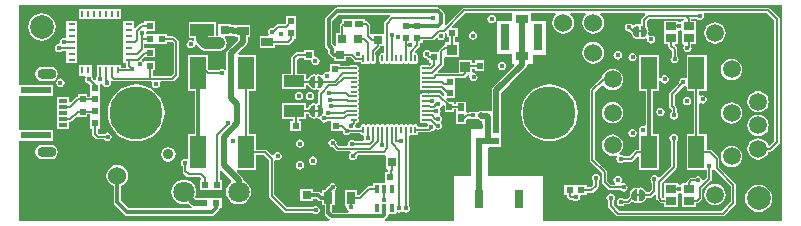
<source format=gtl>
%FSTAX23Y23*%
%MOIN*%
%SFA1B1*%

%IPPOS*%
%ADD10C,0.006000*%
%ADD11R,0.025600X0.019700*%
%ADD12R,0.031500X0.029500*%
%ADD13R,0.019700X0.023600*%
%ADD14C,0.007900*%
%ADD15R,0.021700X0.023600*%
%ADD16R,0.029500X0.031500*%
%ADD17R,0.070900X0.039400*%
%ADD18R,0.023600X0.019700*%
%ADD19R,0.033500X0.037400*%
%ADD20R,0.031500X0.063000*%
%ADD21R,0.039400X0.017700*%
%ADD22R,0.013800X0.013800*%
%ADD23R,0.019700X0.025600*%
%ADD24R,0.039400X0.031500*%
%ADD25R,0.031500X0.086600*%
%ADD26R,0.023600X0.021700*%
%ADD27R,0.078700X0.043300*%
%ADD28R,0.031500X0.031500*%
%ADD29R,0.035400X0.027600*%
%ADD30R,0.031500X0.013800*%
%ADD31R,0.102400X0.023600*%
%ADD32R,0.185000X0.185000*%
%ADD33O,0.007900X0.025600*%
%ADD34O,0.025600X0.007900*%
%ADD35R,0.040000X0.030000*%
%ADD36R,0.055100X0.108300*%
%ADD37R,0.030000X0.040000*%
%ADD38R,0.011800X0.027600*%
%ADD39R,0.017100X0.017100*%
%ADD40R,0.141700X0.141700*%
%ADD41R,0.023600X0.009800*%
%ADD42R,0.009800X0.023600*%
%ADD43C,0.011800*%
%ADD44C,0.005900*%
%ADD45C,0.019700*%
%ADD46C,0.018500*%
%ADD47C,0.008000*%
%ADD48C,0.007900*%
%ADD49C,0.039400*%
%ADD50C,0.070900*%
%ADD51C,0.059100*%
%ADD52C,0.078700*%
%ADD53O,0.063000X0.035400*%
%ADD54C,0.060000*%
%ADD55C,0.019700*%
%ADD56C,0.177200*%
%ADD57C,0.015700*%
%ADD58C,0.026000*%
%ADD59C,0.035400*%
%LNvapeix_mini_pcb-1*%
%LPD*%
G36*
X03241Y03686D02*
X0324Y03685D01*
X03222Y03667*
X0322Y03664*
X0322Y03661*
Y03626*
X03178*
X03175Y0363*
Y03654*
X03174Y03657*
X03173Y0366*
X03166Y03667*
X03163Y03669*
X0316Y0367*
X03157*
Y03677*
X03082*
Y03667*
X03075Y0366*
X03073Y03657*
X03073Y03654*
Y03631*
X0306*
Y03589*
X03056Y03586*
X03056*
X03048Y03594*
Y0367*
X03069Y03691*
X0324*
X03241Y03686*
G37*
G36*
X04085Y03653D02*
X04087Y03651D01*
X0409Y03648*
X04092Y03646*
X04095Y03642*
X04096Y03638*
X04096Y0363*
X04095Y03627*
X04091Y03622*
X04088Y03618*
X04084Y03616*
X0408Y03615*
X04078Y03616*
X04077Y03618*
Y03652*
X0408Y03654*
X04085Y03653*
G37*
G36*
X04068Y03654D02*
X04069Y03651D01*
Y03618*
X04066Y03615*
X04062Y03616*
X04059Y03618*
X04056Y03621*
X04054Y03623*
X04052Y03627*
X04051Y03631*
X04051Y03639*
X04052Y03642*
X04055Y03648*
X04058Y03651*
X04062Y03653*
X04066Y03654*
X04068Y03654*
G37*
G36*
X03647Y03669D02*
X03598D01*
Y03558*
X03647*
Y03525*
X03653*
X03655Y0352*
X03584Y03448*
X0358Y03443*
Y03443*
X03579Y03442*
Y03395*
Y0337*
X03547*
X03543Y0337*
X03542Y0337*
X03537Y03369*
X03535Y03367*
X03505*
Y03364*
X03498*
X03493Y03368*
Y03401*
X03462*
Y03393*
X03454*
Y03401*
X03434*
X03428Y03408*
X0343Y03413*
X03458*
Y03444*
X03458Y03449*
X03458*
Y03479*
X03483*
X03486Y03479*
X03489Y03481*
X03499Y03491*
X03499Y03491*
X03503Y03491*
X03505Y03486*
X03505Y03482*
X03506Y03476*
X03509Y03472*
X03513Y03469*
X03519Y03468*
X03524Y03469*
X03528Y03472*
X03532Y03476*
X03533Y03482*
X03532Y03487*
X03528Y03491*
X03524Y03495*
X03519Y03496*
X03515Y03499*
Y03511*
X03524*
Y03502*
X03555*
Y03538*
X03524*
Y03529*
X03515*
Y03541*
X0347*
Y03497*
X03401*
X03399Y03501*
X03418Y0352*
X0342Y03523*
X03421Y03527*
Y03546*
X03424Y03549*
X0347*
Y03599*
X03456*
Y03615*
X03466*
Y03646*
X03447*
X03446Y03651*
X0349Y03696*
X03647*
Y03669*
G37*
G36*
X03007Y03485D02*
X03009Y03483D01*
X03012Y0348*
X03014Y03478*
X03016Y03474*
X03017Y0347*
X03017Y03462*
X03016Y03459*
X03013Y03454*
X0301Y0345*
X03006Y03448*
X03002Y03447*
X03Y03448*
X02999Y0345*
Y03484*
X03002Y03486*
X03007Y03485*
G37*
G36*
X0299Y03486D02*
X02991Y03483D01*
Y0345*
X02988Y03447*
X02983Y03448*
X02981Y0345*
X02978Y03453*
X02976Y03455*
X02973Y03459*
X02972Y03463*
X02972Y03471*
X02973Y03474*
X02977Y0348*
X0298Y03483*
X02984Y03485*
X02988Y03486*
X0299Y03486*
G37*
G36*
X03007Y03389D02*
X03009Y03387D01*
X03012Y03384*
X03014Y03382*
X03016Y03378*
X03017Y03374*
X03017Y03365*
X03016Y03363*
X03013Y03357*
X0301Y03354*
X03006Y03352*
X03002Y0335*
X03Y03351*
X02999Y03353*
Y03387*
X03002Y0339*
X03007Y03389*
G37*
G36*
X0299Y03389D02*
X02991Y03387D01*
Y03353*
X02988Y0335*
X02983Y03352*
X02981Y03353*
X02978Y03356*
X02976Y03359*
X02973Y03363*
X02972Y03366*
X02972Y03375*
X02973Y03378*
X02977Y03383*
X0298Y03386*
X02984Y03389*
X02988Y0339*
X0299Y03389*
G37*
G36*
X03423Y03386D02*
Y03366D01*
X03454*
Y03375*
X03462*
Y03327*
X03493*
Y03338*
X03495Y03339*
X035Y03344*
X03505Y03342*
Y03342*
X03534*
X03534Y03342*
X03539Y03338*
X03545Y03337*
X03547*
Y03311*
X0351*
Y03295*
Y03245*
Y03152*
X03454*
Y03004*
X03225*
X03223Y03009*
X03225Y0301*
X0323Y03015*
X03233Y03019*
X03233Y03022*
X03234Y03024*
X03238Y03026*
X03259*
Y0303*
X03264Y03033*
X03266Y03032*
X03272Y03031*
X03277Y03032*
X03279Y03033*
X03283Y03034*
X03286Y03033*
X03288Y03032*
X03294Y03031*
X03299Y03032*
X03303Y03035*
X03307Y03039*
X03308Y03045*
X03307Y0305*
X03303Y03054*
X03303Y03055*
Y03285*
X03308Y03288*
X03309Y03288*
X03313Y03288*
X03313Y03289*
X03317Y0329*
X03321Y03289*
X03321Y03288*
X03325Y03288*
X03329Y03288*
X03332Y03291*
X03334Y03294*
X03335Y03298*
X03369*
X03372Y03298*
X03375Y033*
X03376Y03302*
X03378Y03301*
X03383Y03303*
X03387Y03306*
X03388Y03306*
X03395Y03308*
X03395Y03308*
X03401Y03307*
X03406Y03308*
X0341Y03311*
X03414Y03315*
X03415Y03321*
X03414Y03326*
X03412Y03328*
X03411Y03332*
X03412Y03336*
X03414Y03338*
X03415Y03344*
X03414Y03349*
X0341Y03353*
X03408Y03355*
X03406Y03357*
X03407Y03361*
X03408Y03362*
X03409Y03368*
X03408Y03373*
X03407Y03374*
X03407Y03379*
X03411Y03382*
X03415Y03386*
Y03386*
X0342Y03388*
X03423Y03386*
G37*
G36*
X04548Y03004D02*
X03752D01*
Y03152*
X03567*
X03566Y03244*
X03569Y03248*
X0361*
Y0325*
X0361*
Y03285*
Y03286*
Y0329*
Y03291*
Y03325*
X0361*
Y03426*
X0364Y0346*
X03692Y03512*
X03698Y03521*
Y03521*
X03701Y03525*
X03716*
Y03555*
X03761*
Y03669*
X0371*
Y03696*
X03792*
X03794Y03691*
X03792Y03689*
X03786Y03682*
X03783Y03673*
X03781Y03663*
X03783Y03654*
X03786Y03645*
X03792Y03638*
X03799Y03632*
X03808Y03628*
X03818Y03627*
X03827Y03628*
X03836Y03632*
X03843Y03638*
X03849Y03645*
X03853Y03654*
X03854Y03663*
X03853Y03673*
X03849Y03682*
X03843Y03689*
X03841Y03691*
X03843Y03696*
X03892*
X03894Y03691*
X03892Y03689*
X03886Y03682*
X03883Y03673*
X03881Y03663*
X03883Y03654*
X03886Y03645*
X03892Y03638*
X03899Y03632*
X03908Y03628*
X03918Y03627*
X03927Y03628*
X03936Y03632*
X03943Y03638*
X03949Y03645*
X03953Y03654*
X03954Y03663*
X03953Y03673*
X03949Y03682*
X03943Y03689*
X03941Y03691*
X03943Y03696*
X0409*
X04092Y03691*
X0408Y03679*
X04078Y03676*
X04078Y03673*
Y0366*
X04077*
X04077Y0366*
X04077Y0366*
X04073Y03658*
X0407Y0366*
X0407Y0366*
X04069Y0366*
X04068Y0366*
X04068*
X04066Y03661*
X04065Y0366*
X04064Y0366*
X04064*
X04064Y0366*
X04063Y0366*
X0406Y03659*
X0406Y03659*
X04059Y03658*
X04058Y03658*
X04057Y03658*
X04057Y03657*
X04055Y03656*
X04055Y03656*
Y03656*
X04054Y03655*
X04054Y03655*
X0405*
X04048Y03656*
X04048Y03656*
X04046Y03658*
X04042Y03661*
X04037Y03662*
X04031Y03661*
X04027Y03658*
X04024Y03653*
X04023Y03648*
X04024Y03643*
X04027Y03638*
X04031Y03635*
X04037Y03634*
X04038Y03634*
X04044Y03628*
X04045Y03628*
Y03628*
X04045Y03628*
X04046Y03625*
X04046Y03625*
X04046Y03624*
X04047Y03622*
X04048Y03621*
X04048Y0362*
X04049Y0362*
X04049Y0362*
X04049Y03619*
X04049Y03619*
X0405Y03618*
X04052Y03616*
X04053Y03614*
X04055Y03613*
X04055Y03613*
X04056Y03613*
X04058Y03611*
X04059Y03611*
X0406Y0361*
X04064Y03609*
X04065Y03609*
X04066Y03608*
X04067Y03609*
X04068Y03609*
X04069Y03609*
X04069Y03609*
X0407Y03609*
X04073Y03611*
X04076Y0361*
X04077Y03609*
X04078Y03609*
X04078Y03609*
X04079*
X0408Y03609*
X04082Y03609*
X04082Y03609*
X04083*
X04083Y03609*
X04083Y03609*
X04086Y0361*
X04087Y03611*
X04088Y03611*
X04089Y03611*
X04089Y03611*
X0409Y03612*
X04091Y03613*
X04093*
X04097Y03608*
X04098Y03603*
X04101Y03598*
X04106Y03595*
X04111Y03594*
X04117Y03595*
X04121Y03598*
X04124Y03603*
X04125Y03608*
X04124Y03614*
X04121Y03618*
X04117Y03621*
X04111Y03622*
X04106Y03621*
X04101Y03624*
X04101Y03625*
X04102Y03628*
Y03628*
X04102Y03629*
X04102Y0363*
Y03631*
X04103Y03635*
X04102Y03637*
Y03638*
X04102Y03639*
X04102Y0364*
X04102Y0364*
X04102Y03641*
Y03641*
X04102Y03642*
X04101Y03644*
X041Y03645*
X041Y03645*
X04099Y03647*
X04099Y03648*
X04098Y03649*
X04098Y03649*
X04098Y03649*
X04097Y0365*
X04097Y0365*
X04097Y03651*
X04096Y03652*
Y03669*
X04103Y03677*
X04219*
X04219Y03676*
X04216Y03671*
X04213*
Y03668*
X04208Y03665*
X04205Y03666*
X04201Y03669*
Y03671*
X04154*
Y03632*
Y03593*
X04168*
Y03587*
X04169Y03583*
X04171Y0358*
X0418Y03571*
Y03552*
X04179Y03551*
X04176Y03547*
X04175Y03542*
X04176Y03536*
X04179Y03532*
X04184Y03529*
X04189Y03528*
X04195Y03529*
X04199Y03532*
X04202Y03536*
X04203Y03542*
X04202Y03547*
X04199Y03551*
X04198Y03552*
Y03575*
X04198Y03578*
X04196Y03581*
X04189Y03588*
X04191Y03593*
X04201*
Y03635*
X04205Y03637*
X04208Y03638*
X04213Y03635*
Y03593*
X04218*
X0422Y03588*
X04219Y03585*
X04217Y0358*
X04219Y03574*
X04222Y0357*
X04226Y03567*
X04232Y03565*
X04237Y03567*
X04241Y0357*
X04245Y03574*
X04246Y0358*
X04245Y03582*
X04245Y03584*
Y03593*
X0426*
Y03632*
Y03671*
X04245*
Y03677*
X04262*
X04263Y03676*
X04267Y03673*
X04273Y03672*
X04278Y03673*
X04282Y03676*
X04286Y0368*
X04287Y03686*
X04286Y03691*
Y03691*
X04288Y03696*
X04498*
X04522Y03672*
Y03269*
X04507Y03254*
X04501Y03256*
X04499Y03261*
X04493Y03268*
X04485Y03274*
X04477Y03277*
X04468Y03279*
X04458Y03277*
X0445Y03274*
X04442Y03268*
X04437Y03261*
X04433Y03252*
X04432Y03243*
X04433Y03234*
X04437Y03225*
X04442Y03218*
X0445Y03212*
X04458Y03208*
X04468Y03207*
X04477Y03208*
X04485Y03212*
X04493Y03218*
X04499Y03225*
X04502Y03234*
X04502Y03234*
X04508*
X04511Y03235*
X04514Y03237*
X04537Y03259*
X04539Y03262*
X0454Y03266*
Y03676*
X04539Y03679*
X04537Y03682*
X04508Y03711*
X04505Y03713*
X04502Y03714*
X03487*
X03483Y03713*
X0348Y03711*
X03427Y03657*
X03422Y0366*
X03423Y03663*
Y03692*
X03422Y03696*
X03419Y037*
X03408Y03711*
X03404Y03714*
X034Y03715*
X03064*
X03059Y03714*
X03055Y03711*
X03027Y03683*
X03024Y03679*
X03024Y03675*
Y03589*
X03024Y03584*
X03027Y0358*
X03035Y03572*
Y03564*
X03036Y03559*
X03039Y03555*
X03046Y03548*
X0305Y03546*
X03053Y03545*
Y03535*
X03094*
Y03548*
X03109*
X03121Y03536*
X03123Y03534*
X03127Y03534*
X03142*
X03143Y03532*
X03145Y03529*
X03148Y03527*
X03152Y03526*
X03156Y03527*
X03159Y03529*
X03161*
X03164Y03527*
X03168Y03526*
X03172Y03527*
X03175Y03529*
X03176*
X0318Y03527*
X03183Y03526*
X03187Y03527*
X03191Y03529*
X03193Y03532*
X03193Y03536*
Y03554*
X03193Y03557*
X03192Y03558*
Y03566*
X03206Y03579*
X03208Y03582*
X03208Y03585*
X0322*
Y03571*
X0322Y03568*
X03219Y03566*
X03217Y03563*
X03217Y03563*
X03215Y03564*
X03211Y03563*
X03208Y03561*
X03206Y03557*
X03205Y03554*
Y03536*
X03206Y03532*
X03208Y03529*
X03211Y03527*
X03215Y03526*
X03219Y03527*
X03222Y03529*
X03224*
X03227Y03527*
X03231Y03526*
X03235Y03527*
X03238Y03529*
X03239*
X03243Y03527*
X03246Y03526*
X0325Y03527*
X03254Y03529*
X03255*
X03258Y03527*
X03262Y03526*
X03266Y03527*
X03269Y03529*
X03271*
X03274Y03527*
X03278Y03526*
X03282Y03527*
X03285Y03529*
X03287*
X0329Y03527*
X03294Y03526*
X03298Y03527*
X03301Y03529*
X03302*
X03306Y03527*
X03309Y03526*
X03313Y03527*
X03317Y03529*
X03318*
X03321Y03527*
X03325Y03526*
X03329Y03527*
X03332Y03529*
X03334Y03532*
X03335Y03536*
Y03554*
X03334Y03557*
X03332Y03561*
X03329Y03563*
X03326Y03563*
X03325Y03566*
X03324Y03569*
X03338Y03582*
X0334Y03585*
X03341Y03589*
Y03596*
X03349*
Y03605*
X03381*
X03384Y03605*
X03387Y03607*
X03393Y03613*
X03399Y03612*
X03401Y0361*
X03405Y03607*
X03411Y03606*
X03416Y03607*
X0342Y0361*
X03424Y03615*
X03425Y0362*
X03424Y03625*
X03423Y03626*
X03423Y03627*
X03425Y03629*
X0343Y03627*
Y03615*
X03438*
Y03599*
X03424*
Y03594*
X03424Y03589*
X03421Y03588*
X03418Y03586*
X03405Y03574*
X03403Y03571*
X03403Y03568*
Y03566*
X03375*
X03373Y03568*
X03369Y03572*
X03364Y03573*
X03358Y03572*
X03354Y03568*
X03351Y03564*
X0335Y03559*
X03351Y03553*
X03354Y03549*
X03358Y03546*
X03363Y03545*
X03365Y03542*
X03368Y0354*
X03371Y0354*
Y03531*
X03376*
X03377Y03526*
X03373Y03521*
X03371*
X0337Y03522*
X03367Y03522*
X03349*
X03345Y03522*
X03342Y03519*
X0334Y03516*
X03339Y03512*
X0334Y03508*
X03342Y03505*
Y03504*
X0334Y035*
X03339Y03496*
X0334Y03493*
X03342Y03489*
Y03488*
X0334Y03485*
X03339Y03481*
X0334Y03477*
X03342Y03474*
Y03472*
X0334Y03469*
X03339Y03465*
X0334Y03461*
X03342Y03458*
Y03456*
X0334Y03453*
X03339Y03449*
X0334Y03445*
X03342Y03442*
X03345Y0344*
X03349Y03439*
X03367*
X0337Y0344*
X03371Y03441*
X0341*
X03422Y03428*
Y0342*
X03418Y03418*
X03409Y03427*
X03406Y03429*
X03403Y0343*
X03376*
X03372Y03429*
X0337Y03427*
X03367Y03428*
X03349*
X03345Y03427*
X03342Y03425*
X0334Y03422*
X03339Y03418*
X0334Y03414*
X03342Y03411*
Y03409*
X0334Y03406*
X03339Y03402*
X0334Y03398*
X03342Y03395*
Y03393*
X0334Y0339*
X03339Y03386*
X0334Y03382*
X03342Y03379*
Y03378*
X0334Y03374*
X03339Y03371*
X0334Y03367*
X03342Y03363*
Y03362*
X0334Y03359*
X03339Y03355*
X0334Y03351*
X03342Y03348*
Y03346*
X0334Y03343*
X03339Y03339*
X0334Y03335*
X03342Y03332*
X03345Y0333*
X03349Y03329*
X03364*
X03365Y03329*
X03367Y03324*
X03365Y03321*
X03364Y03316*
X03335*
X03334Y03319*
X03332Y03322*
X03329Y03325*
X03325Y03325*
X03321Y03325*
X03321Y03325*
X03317Y03323*
X03313Y03325*
X03313Y03325*
X03309Y03325*
X03306Y03325*
X03305Y03325*
X03302Y03323*
X03298Y03325*
X03298Y03325*
X03294Y03325*
X0329Y03325*
X0329Y03325*
X03286Y03323*
X03282Y03325*
X03282Y03325*
X03278Y03325*
X03274Y03325*
X03274Y03325*
X0327Y03323*
X03266Y03325*
X03266Y03325*
X03262Y03325*
X03258Y03325*
X03258Y03325*
X03254Y03323*
X0325Y03325*
X0325Y03325*
X03246Y03325*
X03243Y03325*
X03242Y03325*
X03239Y03323*
X03235Y03325*
X03235Y03325*
X03231Y03325*
X03227Y03325*
X03227Y03325*
X03223Y03323*
X03219Y03325*
X03219Y03325*
X03215Y03325*
X03211Y03325*
X03211Y03325*
X03207Y03323*
X03203Y03325*
X03203Y03325*
X03199Y03325*
X03195Y03325*
X03195Y03325*
X03191Y03323*
X03187Y03325*
X03187Y03325*
X03183Y03325*
X0318Y03325*
X03179Y03325*
X03176Y03323*
X03172Y03325*
X03172Y03325*
X03168Y03325*
X03164Y03325*
X03164Y03325*
X0316Y03323*
X03156Y03325*
X03156Y03325*
X03152Y03325*
X03148Y03325*
X03145Y03322*
X03143Y03319*
X03142Y03315*
Y03313*
X03129*
X03125Y03318*
X03126Y03321*
X03125Y03323*
X03126Y03324*
X03128Y03327*
X03128Y03329*
X03128*
X03132Y0333*
X03135Y03332*
X03138Y03335*
X03138Y03339*
X03138Y03343*
X03135Y03346*
Y03348*
X03138Y03351*
X03138Y03355*
X03138Y03359*
X03135Y03362*
Y03363*
X03138Y03367*
X03138Y03371*
X03138Y03374*
X03135Y03378*
Y03379*
X03138Y03382*
X03138Y03386*
X03138Y0339*
X03135Y03393*
Y03395*
X03138Y03398*
X03138Y03402*
X03138Y03406*
X03135Y03409*
Y03411*
X03138Y03414*
X03138Y03418*
X03138Y03422*
X03135Y03425*
Y03426*
X03138Y0343*
X03138Y03434*
X03138Y03437*
X03135Y03441*
Y03442*
X03138Y03445*
X03138Y03449*
X03138Y03453*
X03135Y03456*
Y03458*
X03138Y03461*
X03138Y03465*
X03138Y03469*
X03135Y03472*
Y03474*
X03138Y03477*
X03138Y03481*
X03138Y03485*
X03135Y03488*
Y03489*
X03138Y03493*
X03138Y03496*
X03138Y035*
X03135Y03504*
Y03505*
X03138Y03508*
X03138Y03512*
X03138Y03516*
X03135Y03519*
X03132Y03522*
X03128Y03522*
X03111*
X03107Y03522*
X03106Y03521*
X03074*
Y03526*
X03039*
Y03503*
X03034Y035*
X03031Y03501*
X03026Y035*
X03021Y03496*
X03018Y03492*
X03018Y03491*
X03016Y03489*
X03015Y03489*
X03013Y03489*
X0301Y0349*
X03009Y0349*
X03008Y03491*
X03004Y03493*
X03003Y03492*
X03002Y03493*
X03001Y03492*
X03Y03492*
X02999Y03492*
X02999Y03492*
X02998Y03492*
X02995Y0349*
X02992Y03492*
X02991Y03492*
X0299Y03492*
X0299Y03492*
X02989*
X02988Y03493*
X02986Y03492*
X02986Y03492*
X02986*
X02985Y03492*
X02985Y03492*
X02982Y03491*
X02981Y03491*
X0298Y0349*
X02979Y0349*
X02979Y0349*
X02978Y03489*
X02977Y03488*
X02976Y03488*
Y03488*
X02976Y03487*
X02974Y03486*
X02973Y03485*
X02973Y03484*
X02972Y03484*
X02972Y03484*
X02972Y03483*
X02971Y03483*
X02971Y03482*
X02969Y0348*
X02968Y03478*
X02968Y03477*
Y03477*
X02968Y03477*
X02968Y03477*
X02962*
Y03494*
X02931*
Y0354*
X02936Y03546*
X02955*
Y03539*
X02976*
X02978Y03537*
X02979Y03531*
X02982Y03527*
X02987Y03524*
X02992Y03523*
X02997Y03524*
X03002Y03527*
X03005Y03531*
X03006Y03537*
X03005Y03542*
X03002Y03547*
X02997Y0355*
X02992Y03551*
X02991Y03551*
X02986Y03555*
Y03574*
X02955*
Y03566*
X02932*
X02928Y03566*
X02925Y03563*
X02913Y03552*
X02911Y03548*
X02911Y03545*
Y03494*
X0288*
Y03443*
X02962*
Y03457*
X02968*
X02968Y03456*
X02969Y03454*
X02969Y03453*
X0297Y03452*
X0297Y03452*
X0297Y03452*
X02971Y03451*
X02971Y03451*
X02972Y0345*
X02973Y03448*
X02975Y03446*
X02976Y03445*
X02977Y03445*
X02977Y03445*
X0298Y03443*
X02981Y03443*
X02981Y03442*
X02986Y03441*
X02987Y03441*
X02988Y0344*
X02989Y03441*
X0299Y03441*
X02991Y03441*
X02991Y03441*
X02991Y03441*
X02995Y03443*
X02998Y03442*
X02998Y03441*
X02999Y03441*
X03Y03441*
X03*
X03002Y03441*
X03003Y03441*
X03004Y03441*
X03005Y03439*
X03007Y03436*
X03002Y03432*
X03Y03429*
X03Y03426*
Y03396*
X02999*
X02999Y03396*
X02998Y03395*
X02995Y03394*
X02992Y03395*
X02991Y03395*
X0299Y03396*
X0299Y03396*
X02989*
X02988Y03396*
X02986Y03396*
X02986Y03396*
X02986Y03396*
X02985*
X02985Y03396*
X02982Y03395*
X02981Y03394*
X0298Y03394*
X02979Y03393*
X02979Y03393*
X02978Y03393*
X02977Y03392*
X02976Y03391*
Y03391*
X02976Y03391*
X02974Y0339*
X02973Y03389*
X02973Y03388*
X02972Y03388*
X02972Y03387*
X02972Y03387*
X02971Y03386*
X02971Y03386*
X02969Y03383*
X02968Y03382*
X02968Y03381*
Y03381*
X02968Y0338*
X02968Y0338*
X02962*
Y03395*
X0288*
Y03344*
X02916*
Y03335*
X02908*
Y03303*
X02944*
Y03335*
X02936*
Y03344*
X02962*
Y0336*
X02968*
X02968Y03359*
X02969Y03358*
X02969Y03357*
X0297Y03356*
X0297Y03355*
X0297Y03355*
X02971Y03355*
X02971Y03354*
X02972Y03354*
X02973Y03351*
X02975Y0335*
X02976Y03349*
X02977Y03349*
X02977Y03348*
X0298Y03346*
X02981Y03346*
X02981Y03346*
X02986Y03344*
X02987Y03344*
X02988Y03344*
X02989Y03344*
X0299Y03344*
X02991Y03345*
X02991Y03345*
X02991*
X02995Y03346*
X02998Y03345*
X02999Y03345*
X03Y03344*
X03Y03344*
X03002Y03344*
X03003Y03344*
X03004Y03344*
X03004*
X03006Y03343*
X03007Y03342*
X03008Y0334*
X03009Y03339*
X03012Y03335*
X03016Y03332*
X03022Y03331*
X03027Y03332*
X03031Y03335*
X03032Y03336*
X03038*
X03043Y03335*
Y03303*
X03078*
X03079Y03303*
X03083Y03302*
X03084Y03297*
X03087Y03293*
X03091Y0329*
X03097Y03288*
X03102Y0329*
X03106Y03293*
X03108Y03295*
X03142*
X03143Y03294*
X03145Y03291*
X03148Y03288*
X03151Y03288*
X03153Y03286*
X03153Y03285*
X03154Y03283*
X03153Y03279*
X03154Y03275*
X03151Y0327*
X03125*
X03124Y0327*
X0312Y03274*
X03115Y03275*
X03109Y03274*
X03105Y0327*
X03102Y03266*
X03101Y03261*
X03101Y03258*
X03098Y03253*
X03072*
X03062Y03262*
X03063Y03264*
X03062Y03269*
X03058Y03273*
X03054Y03277*
X03049Y03278*
X03043Y03277*
X03039Y03273*
X03036Y03269*
X03035Y03264*
X03036Y03258*
X03039Y03254*
X03043Y03251*
X03049Y03249*
X0305Y0325*
X03062Y03237*
X03065Y03235*
X03068Y03235*
X03107*
X03109Y0323*
X03107Y03228*
X03104Y03224*
X03103Y03219*
X03104Y03213*
X03107Y03209*
X03111Y03206*
X03117Y03205*
X03122Y03206*
X03126Y03209*
X0313Y03213*
X03131Y03219*
X03134Y03223*
X03219*
X03222Y03223*
X03223Y03224*
X03226Y0322*
Y03177*
X03231*
X03232Y03176*
X03234Y03172*
X03234Y0317*
Y03165*
X03225*
Y03133*
Y03133*
X03224Y03128*
X0321*
X03205*
X03184*
Y03119*
X0317*
X03166Y03118*
X03163Y03116*
X03137Y0309*
X03131*
Y03107*
X03089*
Y03055*
X03092*
X03096Y0305*
X03095Y03048*
X03097Y03042*
X031Y03038*
X03103Y03036*
X03101Y03031*
X03051*
X03047Y03034*
Y03055*
X03056*
Y03103*
X03058Y03105*
X03062Y03109*
X03063Y03115*
X03062Y0312*
X03058Y03124*
X03054Y03128*
X03049Y03129*
X03043Y03128*
X03039Y03124*
X03036Y0312*
X03035Y03118*
X03027Y0311*
X03025Y03107*
X03014*
Y031*
X03013Y03099*
X03009Y03097*
X03007Y03099*
X03002Y031*
X03002*
X02985*
Y03109*
X02942*
Y03068*
X02985*
Y03076*
X02997*
X03001Y03072*
X03005Y0307*
X03009Y03069*
X03014*
Y03055*
X03023*
Y03029*
X03024Y03024*
X03027Y0302*
X03037Y0301*
X03039Y03009*
X03037Y03004*
X02004*
Y03271*
X02117*
Y03306*
X02004*
Y0342*
X02117*
Y03456*
X02004*
Y03722*
X04548*
Y03004*
G37*
%LNvapeix_mini_pcb-2*%
%LPC*%
G36*
X0358Y03691D02*
X03574Y0369D01*
X0357Y03686*
X03567Y03682*
X03565Y03677*
X03567Y03671*
X0357Y03667*
X03574Y03664*
X0358Y03663*
X03585Y03664*
X03589Y03667*
X03593Y03671*
X03594Y03677*
X03593Y03682*
X03589Y03686*
X03585Y0369*
X0358Y03691*
G37*
G36*
X03518Y03635D02*
X03512Y03634D01*
X03508Y0363*
X03505Y03626*
X03504Y03621*
X03505Y03615*
X03508Y03611*
X03512Y03608*
X03518Y03607*
X03523Y03608*
X03527Y03611*
X03531Y03615*
X03532Y03621*
X03531Y03626*
X03527Y0363*
X03523Y03634*
X03518Y03635*
G37*
G36*
X03614Y03534D02*
X03608Y03533D01*
X03604Y0353*
X03601Y03525*
X036Y0352*
X03601Y03515*
X03604Y0351*
X03608Y03507*
X03614Y03506*
X03619Y03507*
X03623Y0351*
X03627Y03515*
X03628Y0352*
X03627Y03525*
X03623Y0353*
X03619Y03533*
X03614Y03534*
G37*
G36*
X02344Y03711D02*
X02204D01*
Y03676*
X02344*
Y03711*
G37*
G36*
X02927Y03685D02*
X02893D01*
Y03664*
X02889Y0366*
X02867*
X02863Y03659*
X0286Y03657*
X02849Y03646*
X02848Y03647*
X02842Y03646*
X02838Y03642*
X02835Y03638*
X02834Y03633*
X02835Y03627*
X02836Y03625*
X02834Y0362*
X02806*
Y03578*
X02858*
Y0359*
X02901*
X02904Y0359*
X02907Y03592*
X02917Y03602*
X02919Y03605*
X0292Y03609*
Y0361*
X02927*
Y03646*
Y0365*
Y03651*
Y03685*
G37*
G36*
X02458Y03671D02*
X02422D01*
Y03663*
X02413*
X02409Y03662*
X02406Y0366*
X02392Y03645*
X02387Y03647*
X02387Y03647*
Y03669*
X02351*
Y03647*
Y03608*
Y03568*
Y03529*
X0236*
Y03521*
X0236Y03519*
X0236Y03517*
X02357Y03514*
X02344*
Y03522*
X02263*
Y03487*
X02262Y03482*
X02262Y03482*
X02261Y03477*
X02261Y03475*
X02258Y03469*
X02257Y03469*
X02256Y03469*
X02251Y03473*
X02252Y03475*
X02251Y0348*
X02247Y03484*
X02247Y03485*
X02246Y03487*
Y03522*
X02204*
Y03487*
X02223*
X02226Y03482*
X02225Y0348*
X02223Y03475*
X02225Y03469*
X02228Y03465*
X02232Y03462*
X02238Y0346*
X0224Y03456*
Y03431*
Y0343*
Y03426*
Y03425*
Y03417*
X02232*
Y03426*
X02201*
Y03418*
X022*
X02196Y03417*
X02193Y03415*
X02177Y03399*
X02172Y03401*
Y03415*
X02129*
Y0339*
Y0335*
Y03311*
X02172*
Y03334*
X02175*
X02179Y03335*
X02182Y03337*
X02196Y03351*
X02201Y0335*
X02232*
Y03358*
X0224*
Y03352*
Y03351*
Y03347*
Y03346*
Y03311*
X02248*
Y03294*
X02248Y0329*
X0225Y03287*
X0226Y03277*
X02263Y03275*
X02267Y03275*
X02288*
X02289Y03274*
X02293Y03271*
X02299Y03269*
X02304Y03271*
X02308Y03274*
X02312Y03278*
X02313Y03284*
X02312Y03289*
X02308Y03293*
X02304Y03297*
X02299Y03298*
X02293Y03297*
X02289Y03293*
X02288Y03293*
X0227*
X02266Y03297*
Y03311*
X02274*
Y03346*
Y03347*
Y03351*
Y03352*
Y03386*
Y0339*
Y03425*
Y03426*
Y0343*
Y03431*
Y03459*
X02276Y03461*
X02282Y0346*
X02282Y03459*
X02283Y03457*
X02286Y03453*
X0229Y0345*
X02296Y03449*
X02301Y0345*
X02305Y03453*
X02309Y03457*
X0231Y03463*
X02309Y03468*
X02309Y03468*
X02313Y0347*
Y0347*
X02316Y03468*
X0232Y03468*
X02441*
X02443*
X02446Y03463*
X02446Y0346*
X02447Y03454*
X0245Y0345*
X02454Y03447*
X0246Y03446*
X02465Y03447*
X02469Y0345*
X02473Y03454*
X02474Y0346*
X02473Y03463*
X02476Y03468*
X02515*
X02518Y03468*
X02521Y0347*
X02534Y03483*
X02536Y03486*
X02537Y0349*
Y036*
X02536Y03603*
X02534Y03606*
X02525Y03615*
X02522Y03617*
X02518Y03618*
X02497*
Y03625*
X02462*
X02458*
X0243*
X02427Y03629*
X02427Y0363*
X02426Y03632*
X02429Y03637*
X02458*
Y03671*
G37*
G36*
X02198Y03669D02*
X02162D01*
Y03647*
Y03616*
X02157Y03612*
X02155Y03613*
X02149Y03612*
X02145Y03608*
X02142Y03604*
X0214Y03599*
X02141Y03598*
X02138Y03594*
X02132Y03593*
X02128Y03589*
X02125Y03585*
X02124Y0358*
X02125Y03574*
X02128Y0357*
X02132Y03567*
X02138Y03565*
X02143Y03567*
X02147Y0357*
X02148Y03571*
X02162*
Y03529*
X02198*
Y03568*
Y03608*
Y03647*
Y03669*
G37*
G36*
X0208Y03695D02*
X02068Y03694D01*
X02057Y03689*
X02048Y03682*
X02041Y03673*
X02036Y03662*
X02034Y0365*
X02036Y03638*
X02041Y03627*
X02048Y03618*
X02057Y0361*
X02068Y03606*
X0208Y03604*
X02092Y03606*
X02103Y0361*
X02112Y03618*
X0212Y03627*
X02124Y03638*
X02126Y0365*
X02124Y03662*
X0212Y03673*
X02112Y03682*
X02103Y03689*
X02092Y03694*
X0208Y03695*
G37*
G36*
X04324Y03665D02*
X04314Y03664D01*
X04306Y03661*
X04298Y03655*
X04293Y03647*
X04289Y03639*
X04288Y0363*
X04289Y0362*
X04293Y03612*
X04298Y03604*
X04306Y03599*
X04314Y03595*
X04324Y03594*
X04333Y03595*
X04341Y03599*
X04349Y03604*
X04355Y03612*
X04358Y0362*
X04359Y0363*
X04358Y03639*
X04355Y03647*
X04349Y03655*
X04341Y03661*
X04333Y03664*
X04324Y03665*
G37*
G36*
X04Y0357D02*
X03994Y03569D01*
X0399Y03565*
X03987Y03561*
X03985Y03556*
X03987Y0355*
X0399Y03546*
X03994Y03543*
X04Y03541*
X04005Y03543*
X04009Y03546*
X04013Y0355*
X04014Y03556*
X04013Y03561*
X04009Y03565*
X04005Y03569*
X04Y0357*
G37*
G36*
X04049Y03563D02*
X04043Y03562D01*
X04039Y03558*
X04036Y03554*
X04034Y03549*
X04036Y03543*
X04039Y03539*
X04043Y03536*
X04049Y03535*
X04054Y03536*
X04058Y03539*
X04062Y03543*
X04063Y03549*
X04062Y03554*
X04058Y03558*
X04054Y03562*
X04049Y03563*
G37*
G36*
X03918Y036D02*
X03908Y03598D01*
X03899Y03595*
X03892Y03589*
X03886Y03582*
X03883Y03573*
X03881Y03563*
X03883Y03554*
X03886Y03545*
X03892Y03538*
X03899Y03532*
X03908Y03528*
X03918Y03527*
X03927Y03528*
X03936Y03532*
X03943Y03538*
X03949Y03545*
X03953Y03554*
X03954Y03563*
X03953Y03573*
X03949Y03582*
X03943Y03589*
X03936Y03595*
X03927Y03598*
X03918Y036*
G37*
G36*
X02659Y03667D02*
X02569D01*
Y03612*
X02588*
Y03609*
X02589Y03606*
X02584Y03603*
X02581Y03605*
X02576Y03606*
X02571Y03605*
X02566Y03601*
X02563Y03597*
X02562Y03592*
X02563Y03586*
X02566Y03582*
X02571Y03579*
X02576Y03578*
X02581Y03579*
X02586Y03582*
X02589Y03586*
X0259Y0359*
X02593Y03592*
X02595Y03592*
X02596Y03591*
X02609Y03577*
X02615Y03573*
X02621Y03571*
X02628Y0357*
X02671*
X02677Y03571*
X02683Y03573*
X02689Y03577*
X02693Y03583*
X02695Y03589*
X02696Y03596*
X02695Y03602*
X02693Y03608*
X02689Y03613*
X0269Y03616*
X02692Y03618*
X0271*
X02715Y0362*
X0272Y03619*
X02723*
Y03615*
X02733*
Y03607*
X027Y03574*
X02697Y03569*
X02695Y03563*
Y03506*
X0269Y03505*
X02689Y03506*
X02685Y0351*
X0268Y03511*
X02674Y0351*
X0267Y03506*
X02669Y03506*
X02636*
X02635Y03507*
Y03557*
X02568*
Y03437*
X0259*
Y03292*
X02568*
Y03212*
X02563Y03209*
X02563Y0321*
X02558Y03211*
X02552Y0321*
X02548Y03206*
X02545Y03202*
X02544Y03197*
X02545Y03191*
X02548Y03187*
X02549Y03186*
Y0317*
X02549Y03166*
X02551Y03163*
X02562Y03152*
X02565Y0315*
X02569Y0315*
X02608*
X02612Y03145*
X0261Y0314*
X02606*
Y03107*
X02641*
X02642*
X02646*
X02647*
X02681*
Y0314*
X02673*
Y03172*
X02678Y03174*
X02712Y0314*
X02711Y03133*
X02706Y03129*
X02699Y0312*
X02695Y0311*
X02694Y031*
X02695Y03089*
X02699Y03079*
X02706Y0307*
X02715Y03063*
X02725Y03059*
X02736Y03058*
X02746Y03059*
X02756Y03063*
X02765Y0307*
X02772Y03079*
X02776Y03089*
X02777Y031*
X02776Y0311*
X02772Y0312*
X02765Y03129*
X02756Y03136*
X02752Y03138*
Y03139*
X0275Y03145*
X02747Y0315*
X0273Y03167*
X02732Y03172*
X02793*
Y03223*
X0282*
X02837Y03206*
Y03087*
X02837Y03083*
X02839Y0308*
X02887Y03032*
X0289Y0303*
X02894Y0303*
X02982*
X02983Y03029*
X02987Y03026*
X02993Y03025*
X02998Y03026*
X03002Y03029*
X03006Y03033*
X03007Y03039*
X03006Y03044*
X03002Y03048*
X02998Y03052*
X02993Y03053*
X02987Y03052*
X02983Y03048*
X02982Y03048*
X02897*
X02855Y0309*
Y03203*
X0286Y03206*
X0286Y03206*
X02866Y03205*
X02871Y03206*
X02875Y03209*
X02879Y03213*
X0288Y03219*
X02879Y03224*
X02875Y03228*
X02871Y03232*
X02866Y03233*
X0286Y03232*
X02856Y03228*
X02853Y03224*
X02852Y03223*
X02847Y03221*
X0283Y03238*
X02827Y0324*
X02823Y03241*
X02793*
Y03292*
X02769*
Y03437*
X02793*
Y03557*
X02736*
X02734Y03562*
X02761Y03589*
X02764Y03594*
X02766Y03601*
Y03615*
X02775*
Y03657*
X02723*
X02718Y03655*
X02715Y03656*
X0271*
Y03661*
X02667*
Y03621*
X02659*
Y03667*
G37*
G36*
X04296Y03557D02*
X04229D01*
Y0348*
X04224Y03477*
X04223Y03478*
X04218Y03479*
X04212Y03478*
X04208Y03474*
X04205Y0347*
X04203Y03465*
X04204Y03463*
X04173Y03433*
X04171Y0343*
X04171Y03427*
Y03386*
X04171Y03382*
X04173Y03379*
X04179Y03374*
Y03366*
X04178Y03365*
X04175Y03361*
X04174Y03356*
X04175Y0335*
X04178Y03346*
X04182Y03343*
X04188Y03341*
X04193Y03343*
X04197Y03346*
X04201Y0335*
X04202Y03356*
X04201Y03361*
X04197Y03365*
X04197Y03366*
Y03378*
X04196Y03381*
X04194Y03384*
X04189Y03389*
Y03423*
X04216Y03451*
X04218Y0345*
X04223Y03452*
X04224Y03452*
X04229Y03449*
Y03437*
X04253*
Y03292*
X04229*
Y03172*
X04296*
Y03147*
X04286Y03138*
X04281Y0314*
X04281Y03143*
X04277Y03147*
X04273Y03151*
X04268Y03152*
X04262Y03151*
X04258Y03147*
X04257Y03147*
X04244*
X0424Y03146*
X04237Y03144*
X0423Y03137*
X04228Y03134*
X04227Y0313*
Y0313*
X04213*
Y03127*
X04208Y03124*
X04205Y03125*
X04201Y03128*
Y0313*
X04154*
Y03082*
X04149Y03081*
X04146Y03084*
Y0313*
X04193Y03177*
X04195Y0318*
X04196Y03184*
Y0327*
X04196Y0327*
X04199Y03274*
X042Y0328*
X04199Y03285*
X04196Y0329*
X04192Y03293*
X04186Y03294*
X04181Y03293*
X04176Y0329*
X04173Y03285*
X04172Y0328*
X04173Y03274*
X04176Y0327*
X04178Y03269*
Y03187*
X04139Y03149*
X04133Y0315*
X04131Y03151*
X04127Y03155*
X04122Y03156*
X04116Y03155*
X04112Y03151*
X04109Y03147*
X04108Y03142*
X04109Y03136*
X04112Y03132*
X04113Y03131*
Y03107*
X04103Y03098*
X04096*
X04095Y03098*
X04095Y03099*
X04095Y03099*
X04094Y03101*
X04094Y03102*
X04093Y03103*
X04093Y03103*
X04092Y03103*
X04092Y03104*
X04092Y03104*
X04091Y03105*
X04089Y03107*
X04088Y03109*
X04087Y0311*
X04086Y0311*
X04086Y03111*
X04083Y03112*
X04082Y03112*
X04081Y03113*
X04077Y03115*
X04076Y03114*
X04075Y03115*
X04074Y03114*
X04073Y03114*
X04072Y03114*
X04072Y03114*
X04071Y03114*
X04068Y03112*
X04064Y03114*
X04063Y03114*
X04063Y03114*
X04062*
X04061Y03115*
X04059Y03114*
X04059Y03114*
X04059*
X04058Y03114*
X04058Y03114*
X04055Y03113*
X04054Y03113*
X04053Y03112*
X04052Y03112*
X04052Y03112*
X04051Y03111*
X0405Y0311*
X04049Y0311*
Y0311*
X04049Y03109*
X04047Y03108*
X04046Y03107*
X04046Y03106*
X04045Y03106*
X04045Y03106*
X04045Y03105*
X04044Y03105*
X04044Y03104*
X04042Y03102*
X04041Y031*
X04041Y03099*
Y03099*
X04041Y03099*
X0404Y03098*
X04039Y03095*
Y03095*
X04039Y03094*
X04039Y03093*
Y03092*
X04039Y03089*
X04039Y03086*
Y03086*
X04029Y03076*
X04021*
X0402Y03076*
X04016Y0308*
X04011Y03081*
X04005Y0308*
X04001Y03076*
X03998Y03072*
X03996Y03067*
X03998Y03061*
X04001Y03057*
X04005Y03054*
X04011Y03052*
X04016Y03054*
X0402Y03057*
X04021Y03058*
X04033*
X04036Y03058*
X04039Y0306*
X04045Y03066*
X0405Y03067*
X04053Y03065*
X04054Y03065*
X04054Y03064*
X04059Y03063*
X0406Y03063*
X04061Y03062*
X04062Y03063*
X04063Y03063*
X04064Y03063*
X04064Y03063*
X04064Y03063*
X04068Y03065*
X04071Y03063*
X04072Y03063*
X04073Y03063*
X04073*
X04075Y03063*
X04076Y03063*
X04077Y03063*
X04077*
X04077Y03063*
X04078Y03063*
X04081Y03064*
X04082Y03065*
X04082Y03065*
X04084Y03065*
X04084Y03065*
X04084Y03066*
X04086Y03067*
X04086Y03067*
Y03068*
X04087Y03068*
X04088Y03069*
X04089Y0307*
X0409Y03071*
X0409Y03071*
X04091Y03071*
X04091Y03072*
X04091Y03072*
X04092Y03073*
X04094Y03075*
X04094Y03077*
X04095Y03078*
Y03078*
X04095Y03078*
X04095Y03079*
X04096Y0308*
X04107*
X0411Y0308*
X04113Y03082*
X04123Y03092*
X04128Y0309*
Y0308*
X04128Y03076*
X0413Y03073*
X04139Y03065*
X04142Y03063*
X04145Y03062*
X04154*
Y03051*
X04201*
Y03094*
X04205Y03097*
X04208Y03097*
X04213Y03094*
Y03051*
X0426*
Y03062*
X04264*
X04267Y03063*
X0427Y03065*
X04279Y03073*
X04281Y03076*
X04282Y0308*
Y03108*
X04311Y03137*
X04313Y0314*
X04314Y03144*
Y03172*
X04316Y03174*
X04322Y03174*
X04322Y03173*
X04376Y0312*
Y03066*
X04345Y03036*
X04005*
X03986Y03055*
Y0307*
X03986Y03071*
X0399Y03075*
X03991Y03081*
X0399Y03086*
X03986Y0309*
X03982Y03094*
X03977Y03095*
X03971Y03094*
X03967Y0309*
X03964Y03086*
X03962Y03081*
X03964Y03075*
X03967Y03071*
X03968Y0307*
Y03052*
X03968Y03048*
X0397Y03045*
X03995Y0302*
X03998Y03019*
X04001Y03018*
X04349*
X04352Y03019*
X04355Y0302*
X04391Y03056*
X04393Y03059*
X04394Y03063*
Y03124*
X04393Y03127*
X04391Y0313*
X04338Y03183*
Y03211*
X04337Y03214*
X04335Y03217*
X04314Y03238*
X04311Y0324*
X04307Y03241*
X04296*
Y03292*
X04271*
Y03393*
X04276Y03395*
X04277Y03395*
X04283Y03393*
X04288Y03395*
X04292Y03398*
X04296Y03402*
X04297Y03408*
X04296Y03413*
X04292Y03417*
X04288Y03421*
X04283Y03422*
X04277Y03421*
X04276Y0342*
X04271Y03423*
Y03437*
X04296*
Y03557*
G37*
G36*
X04379Y03543D02*
X0437Y03542D01*
X04361Y03539*
X04354Y03533*
X04348Y03525*
X04344Y03517*
X04343Y03508*
X04344Y03498*
X04348Y0349*
X04354Y03482*
X04361Y03477*
X0437Y03473*
X04379Y03472*
X04388Y03473*
X04397Y03477*
X04404Y03482*
X0441Y0349*
X04413Y03498*
X04415Y03508*
X04413Y03517*
X0441Y03525*
X04404Y03533*
X04397Y03539*
X04388Y03542*
X04379Y03543*
G37*
G36*
X0211Y03517D02*
X02082D01*
X02073Y03515*
X02065Y0351*
X0206Y03502*
X02058Y03493*
X0206Y03484*
X02065Y03476*
X02073Y03471*
X02082Y03469*
X0211*
X02119Y03471*
X02127Y03476*
X02132Y03484*
X02134Y03493*
X02132Y03502*
X02127Y0351*
X02119Y03515*
X0211Y03517*
G37*
G36*
X04138Y03557D02*
X04071D01*
Y03437*
X04093*
Y03322*
X04088Y0332*
X04088*
X04083Y03321*
X04077Y0332*
X04073Y03316*
X0407Y03312*
X04069Y03307*
X0407Y03301*
X04073Y03297*
X04072Y03296*
X04071Y03292*
Y03241*
X04065*
X04061Y0324*
X04058Y03238*
X04039Y03219*
X0402*
X04019Y03219*
X04015Y03223*
X0401Y03224*
X04006Y03223*
X04004Y03228*
X04008Y03231*
X04013Y03238*
X04017Y03247*
X04018Y03256*
X04017Y03265*
X04013Y03274*
X04008Y03281*
X04Y03287*
X03992Y0329*
X03983Y03292*
X03973Y0329*
X03965Y03287*
X03957Y03281*
X03952Y03274*
X03948Y03265*
X03947Y03256*
X03948Y03247*
X03952Y03238*
X03957Y03231*
X03965Y03225*
X03973Y03221*
X03983Y0322*
X03992Y03221*
X03994Y03222*
X03995Y03222*
X03997Y03215*
X03997*
X03995Y0321*
X03997Y03204*
X04Y032*
X04004Y03197*
X0401Y03196*
X04015Y03197*
X04019Y032*
X0402Y03201*
X04043*
X04046Y03201*
X04049Y03203*
X04066Y0322*
X04071Y03218*
Y03172*
X04138*
Y03292*
X04117*
Y03437*
X04138*
Y03468*
X0414Y03468*
X04143Y03468*
X04146Y03465*
X0415Y03462*
X04156Y0346*
X04161Y03462*
X04165Y03465*
X04169Y03469*
X0417Y03475*
X04169Y0348*
X04165Y03484*
X04161Y03488*
X04156Y03489*
X0415Y03488*
X04146Y03484*
X04143Y03481*
X0414Y03481*
X04138Y03482*
Y03557*
G37*
G36*
X02142Y03478D02*
X02136Y03477D01*
X02132Y03473*
X02129Y03469*
X02127Y03464*
X02129Y03458*
X02132Y03454*
X02136Y03451*
X02142Y03449*
X02147Y03451*
X02151Y03454*
X02155Y03458*
X02156Y03464*
X02155Y03469*
X02151Y03473*
X02147Y03477*
X02142Y03478*
G37*
G36*
X03983Y0351D02*
X03973Y03509D01*
X03965Y03506*
X03957Y035*
X03952Y03492*
X03948Y03484*
X03948Y03482*
X03947Y03482*
X03944Y0348*
X03908Y03444*
X03906Y03441*
X03906Y03438*
Y03207*
X03906Y03203*
X03908Y032*
X03947Y03162*
Y03133*
X03947Y03129*
X03949Y03126*
X03967Y03108*
X0397Y03106*
X03974Y03106*
X04008*
X04009Y03105*
X04013Y03102*
X04019Y03101*
X04024Y03102*
X04028Y03105*
X04032Y03109*
X04033Y03115*
X04032Y0312*
X04028Y03124*
X04024Y03128*
X04019Y03129*
X04014Y03128*
X04012Y0313*
X04011Y03132*
X04013Y03134*
X04014Y0314*
X04013Y03145*
X04009Y03149*
X04005Y03153*
X04Y03154*
X03994Y03153*
X0399Y03149*
X03987Y03145*
X03985Y0314*
X03987Y03134*
X0399Y0313*
X03991Y03129*
X0399Y03124*
X03977*
X03965Y03136*
Y03166*
X03964Y03169*
X03962Y03172*
X03924Y0321*
Y03434*
X03947Y03457*
X03952Y03456*
X03957Y03449*
X03965Y03444*
X03973Y0344*
X03983Y03439*
X03992Y0344*
X04Y03444*
X04008Y03449*
X04014Y03457*
X04017Y03465*
X04018Y03475*
X04017Y03484*
X04014Y03492*
X04008Y035*
X04Y03506*
X03992Y03509*
X03983Y0351*
G37*
G36*
X02974Y03434D02*
X02968Y03433D01*
X02964Y03429*
X02961Y03425*
X02959Y0342*
X02961Y03414*
X02964Y0341*
X02968Y03407*
X02974Y03406*
X02979Y03407*
X02983Y0341*
X02987Y03414*
X02988Y0342*
X02987Y03425*
X02983Y03429*
X02979Y03433*
X02974Y03434*
G37*
G36*
X02937D02*
X02931Y03433D01*
X02927Y03429*
X02924Y03425*
X02923Y0342*
X02924Y03414*
X02927Y0341*
X02931Y03407*
X02937Y03406*
X02942Y03407*
X02946Y0341*
X0295Y03414*
X02951Y0342*
X0295Y03425*
X02946Y03429*
X02942Y03433*
X02937Y03434*
G37*
G36*
X04231Y03417D02*
X04225Y03416D01*
X04221Y03412*
X04218Y03408*
X04216Y03403*
X04218Y03397*
X04221Y03393*
X04225Y0339*
X04231Y03389*
X04236Y0339*
X0424Y03393*
X04244Y03397*
X04245Y03403*
X04244Y03408*
X0424Y03412*
X04236Y03416*
X04231Y03417*
G37*
G36*
X04468Y03436D02*
X04458Y03435D01*
X0445Y03431*
X04442Y03426*
X04437Y03418*
X04433Y0341*
X04432Y034*
X04433Y03391*
X04437Y03383*
X04442Y03375*
X0445Y03369*
X04458Y03366*
X04468Y03365*
X04477Y03366*
X04485Y03369*
X04493Y03375*
X04499Y03383*
X04502Y03391*
X04503Y034*
X04502Y0341*
X04499Y03418*
X04493Y03426*
X04485Y03431*
X04477Y03435*
X04468Y03436*
G37*
G36*
X04142Y03381D02*
X04136Y0338D01*
X04132Y03376*
X04129Y03372*
X04128Y03367*
X04129Y03361*
X04132Y03357*
X04136Y03354*
X04142Y03353*
X04147Y03354*
X04151Y03357*
X04155Y03361*
X04156Y03367*
X04155Y03372*
X04151Y03376*
X04147Y0338*
X04142Y03381*
G37*
G36*
X03983Y03399D02*
X03973Y03398D01*
X03965Y03395*
X03957Y03389*
X03952Y03381*
X03948Y03373*
X03947Y03364*
X03948Y03354*
X03952Y03346*
X03957Y03338*
X03965Y03333*
X03973Y03329*
X03983Y03328*
X03992Y03329*
X04Y03333*
X04008Y03338*
X04013Y03346*
X04017Y03354*
X04018Y03364*
X04017Y03373*
X04013Y03381*
X04008Y03389*
X04Y03395*
X03992Y03398*
X03983Y03399*
G37*
G36*
X04379Y03398D02*
X0437Y03397D01*
X04361Y03393*
X04354Y03388*
X04348Y0338*
X04344Y03372*
X04343Y03363*
X04344Y03353*
X04348Y03345*
X04354Y03337*
X04361Y03332*
X0437Y03328*
X04379Y03327*
X04388Y03328*
X04397Y03332*
X04404Y03337*
X0441Y03345*
X04413Y03353*
X04415Y03363*
X04413Y03372*
X0441Y0338*
X04404Y03388*
X04397Y03393*
X04388Y03397*
X04379Y03398*
G37*
G36*
X04468Y03357D02*
X04458Y03356D01*
X0445Y03353*
X04442Y03347*
X04437Y0334*
X04433Y03331*
X04432Y03322*
X04433Y03312*
X04437Y03304*
X04442Y03296*
X0445Y03291*
X04458Y03287*
X04468Y03286*
X04477Y03287*
X04485Y03291*
X04493Y03296*
X04499Y03304*
X04502Y03312*
X04503Y03322*
X04502Y03331*
X04499Y0334*
X04493Y03347*
X04485Y03353*
X04477Y03356*
X04468Y03357*
G37*
G36*
X04049Y03311D02*
X04043Y0331D01*
X04039Y03306*
X04036Y03302*
X04034Y03297*
X04036Y03291*
X04039Y03287*
X04043Y03284*
X04049Y03282*
X04054Y03284*
X04058Y03287*
X04062Y03291*
X04063Y03297*
X04062Y03302*
X04058Y03306*
X04054Y0331*
X04049Y03311*
G37*
G36*
X03772Y03458D02*
X03754Y03456D01*
X03736Y03451*
X03719Y03442*
X03705Y0343*
X03693Y03416*
X03684Y03399*
X03679Y03382*
X03677Y03363*
X03679Y03345*
X03684Y03327*
X03693Y0331*
X03705Y03296*
X03719Y03284*
X03736Y03275*
X03754Y0327*
X03772Y03268*
X03791Y0327*
X03808Y03275*
X03825Y03284*
X03839Y03296*
X03851Y0331*
X0386Y03327*
X03865Y03345*
X03867Y03363*
X03865Y03382*
X0386Y03399*
X03851Y03416*
X03839Y0343*
X03825Y03442*
X03808Y03451*
X03791Y03456*
X03772Y03458*
G37*
G36*
X02395D02*
X02376Y03456D01*
X02358Y03451*
X02342Y03442*
X02328Y0343*
X02316Y03416*
X02307Y03399*
X02302Y03382*
X023Y03363*
X02302Y03345*
X02307Y03327*
X02316Y0331*
X02328Y03296*
X02342Y03284*
X02358Y03275*
X02376Y0327*
X02395Y03268*
X02413Y0327*
X02431Y03275*
X02448Y03284*
X02462Y03296*
X02474Y0331*
X02482Y03327*
X02488Y03345*
X0249Y03363*
X02488Y03382*
X02482Y03399*
X02474Y03416*
X02462Y0343*
X02448Y03442*
X02431Y03451*
X02413Y03456*
X02395Y03458*
G37*
G36*
X0294Y03275D02*
X02934Y03274D01*
X0293Y0327*
X02927Y03266*
X02926Y03261*
X02927Y03255*
X0293Y03251*
X02934Y03248*
X0294Y03246*
X02945Y03248*
X02949Y03251*
X02953Y03255*
X02954Y03261*
X02953Y03266*
X02949Y0327*
X02945Y03274*
X0294Y03275*
G37*
G36*
X0211Y03257D02*
X02082D01*
X02073Y03255*
X02065Y0325*
X0206Y03242*
X02058Y03233*
X0206Y03224*
X02065Y03216*
X02073Y03211*
X02082Y03209*
X0211*
X02119Y03211*
X02127Y03216*
X02132Y03224*
X02134Y03233*
X02132Y03242*
X02127Y0325*
X02119Y03255*
X0211Y03257*
G37*
G36*
X02502Y03249D02*
X02492Y03247D01*
X02485Y03242*
X02479Y03234*
X02477Y03225*
X02479Y03215*
X02485Y03208*
X02492Y03202*
X02502Y032*
X02511Y03202*
X02519Y03208*
X02524Y03215*
X02526Y03225*
X02524Y03234*
X02519Y03242*
X02511Y03247*
X02502Y03249*
G37*
G36*
X02984Y03218D02*
X02978Y03217D01*
X02974Y03213*
X02971Y03209*
X02969Y03204*
X02971Y03198*
X02974Y03194*
X02978Y03191*
X02984Y03189*
X02989Y03191*
X02993Y03194*
X02997Y03198*
X02998Y03204*
X02997Y03209*
X02993Y03213*
X02989Y03217*
X02984Y03218*
G37*
G36*
X04379Y03253D02*
X0437Y03252D01*
X04361Y03249*
X04354Y03243*
X04348Y03235*
X04344Y03227*
X04343Y03218*
X04344Y03208*
X04348Y032*
X04354Y03192*
X04361Y03187*
X0437Y03183*
X04379Y03182*
X04388Y03183*
X04397Y03187*
X04404Y03192*
X0441Y032*
X04413Y03208*
X04415Y03218*
X04413Y03227*
X0441Y03235*
X04404Y03243*
X04397Y03249*
X04388Y03252*
X04379Y03253*
G37*
G36*
X0294Y03203D02*
X02934Y03202D01*
X0293Y03198*
X02927Y03194*
X02926Y03189*
X02927Y03183*
X0293Y03179*
X02934Y03176*
X0294Y03174*
X02945Y03176*
X02949Y03179*
X02953Y03183*
X02954Y03189*
X02953Y03194*
X02949Y03198*
X02945Y03202*
X0294Y03203*
G37*
G36*
X03927Y03161D02*
X03921Y0316D01*
X03917Y03157*
X03914Y03152*
X03913Y03147*
X03914Y03142*
X03917Y03137*
X03918Y03136*
Y03123*
X03909Y03115*
X03896*
Y03122*
X03862*
X0386*
X03857*
X03821*
Y03089*
X0383*
Y03086*
X0383Y03083*
X03832Y0308*
X03837Y03075*
X0384Y03073*
X03844Y03073*
X03849*
X0385Y03072*
X03854Y03069*
X0386Y03068*
X03865Y03069*
X03869Y03072*
X03873Y03076*
X03874Y03082*
X03873Y03084*
X03877Y03089*
X03896*
Y03096*
X03912*
X03916Y03097*
X03919Y03099*
X03933Y03113*
X03935Y03116*
X03936Y0312*
Y03136*
X03936Y03137*
X0394Y03142*
X03941Y03147*
X0394Y03152*
X03936Y03157*
X03932Y0316*
X03927Y03161*
G37*
G36*
X04324Y03126D02*
X04314Y03125D01*
X04306Y03122*
X04298Y03116*
X04293Y03108*
X04289Y031*
X04288Y03091*
X04289Y03081*
X04293Y03073*
X04298Y03065*
X04306Y0306*
X04314Y03056*
X04324Y03055*
X04333Y03056*
X04341Y0306*
X04349Y03065*
X04355Y03073*
X04358Y03081*
X04359Y03091*
X04358Y031*
X04355Y03108*
X04349Y03116*
X04341Y03122*
X04333Y03125*
X04324Y03126*
G37*
G36*
X0447Y03124D02*
X04458Y03122D01*
X04447Y03118*
X04437Y03111*
X0443Y03101*
X04425Y0309*
X04424Y03078*
X04425Y03066*
X0443Y03055*
X04437Y03046*
X04447Y03039*
X04458Y03034*
X0447Y03033*
X04481Y03034*
X04492Y03039*
X04502Y03046*
X04509Y03055*
X04514Y03066*
X04515Y03078*
X04514Y0309*
X04509Y03101*
X04502Y03111*
X04492Y03118*
X04481Y03122*
X0447Y03124*
G37*
G36*
X02331Y03189D02*
X02322Y03188D01*
X02313Y03185*
X02306Y03179*
X023Y03171*
X02296Y03163*
X02295Y03153*
X02296Y03144*
X023Y03135*
X02306Y03128*
X02313Y03122*
X0232Y03119*
Y03065*
X0232Y0306*
X02323Y03056*
X02355Y03024*
X02359Y03021*
X02364Y03021*
X02648*
X02652Y03021*
X02656Y03024*
X0267Y03038*
X02672Y03042*
X02673Y03046*
Y03047*
X02679*
Y0308*
X02645*
X02644*
X0264*
X02639*
X02604*
Y0308*
X02595*
X02592Y03084*
X02594Y03089*
X02595Y031*
X02594Y0311*
X0259Y0312*
X02583Y03129*
X02574Y03136*
X02564Y0314*
X02554Y03141*
X02543Y0314*
X02533Y03136*
X02524Y03129*
X02517Y0312*
X02513Y0311*
X02512Y031*
X02513Y03089*
X02517Y03079*
X02524Y0307*
X02533Y03063*
X02543Y03059*
X02554Y03058*
X02564Y03059*
X02568Y03061*
X02576Y03052*
X0258Y0305*
X02579Y03045*
X02369*
X02344Y0307*
Y03119*
X02349Y03122*
X02357Y03128*
X02363Y03135*
X02366Y03144*
X02367Y03153*
X02366Y03163*
X02363Y03171*
X02357Y03179*
X02349Y03185*
X02341Y03188*
X02331Y03189*
G37*
%LNvapeix_mini_pcb-3*%
%LPD*%
G36*
X02519Y03596D02*
Y03493D01*
X02511Y03486*
X02449*
Y03505*
X02458*
Y03536*
X02422*
Y03536*
X02418Y03534*
X02414Y03536*
X02414Y03542*
X02418Y03546*
X02422Y03548*
X02458*
Y0358*
X02423*
X02422Y03584*
Y03584*
Y03587*
X02422Y03592*
X02458*
X02462*
X02497*
Y036*
X02515*
X02519Y03596*
G37*
G36*
X0408Y03107D02*
X04082Y03105D01*
X04085Y03102*
X04087Y031*
X04089Y03096*
X0409Y03092*
X0409Y03084*
X04089Y03081*
X04086Y03076*
X04083Y03072*
X04079Y0307*
X04075Y03069*
X04073Y0307*
X04072Y03072*
Y03106*
X04075Y03108*
X0408Y03107*
G37*
G36*
X04063Y03108D02*
X04064Y03105D01*
Y03072*
X04061Y03069*
X04056Y0307*
X04054Y03072*
X04051Y03075*
X04049Y03077*
X04046Y03081*
X04045Y03085*
X04045Y03093*
X04046Y03096*
X0405Y03102*
X04053Y03105*
X04057Y03107*
X04061Y03108*
X04063Y03108*
G37*
G54D10*
X03002Y0345D02*
D01*
X03003Y0345*
X03004Y0345*
X03005Y03451*
X03006Y03451*
X03007Y03452*
X03008Y03453*
X03009Y03454*
X0301Y03455*
X03011Y03455*
X03012Y03456*
X03012Y03457*
X03013Y03458*
X03014Y0346*
X03014Y03461*
X03014Y03462*
X03015Y03463*
X03015Y03464*
X03015Y03466*
X03015Y03467*
X03015Y03468*
X03015Y03469*
X03015Y0347*
X03014Y03472*
X03014Y03473*
X03013Y03474*
X03013Y03475*
X03012Y03476*
X03012Y03477*
X03011Y03478*
X0301Y03479*
X03009Y0348*
X03008Y03481*
X03007Y03481*
X03006Y03482*
X03005Y03482*
X03004Y03483*
X03003Y03483*
X03002Y03483*
X02988D02*
D01*
X02987Y03483*
X02985Y03483*
X02984Y03482*
X02983Y03482*
X02982Y03481*
X02981Y0348*
X0298Y03479*
X02979Y03478*
X02979Y03478*
X02978Y03477*
X02977Y03476*
X02977Y03475*
X02976Y03473*
X02976Y03472*
X02975Y03471*
X02975Y0347*
X02975Y03469*
X02975Y03467*
X02975Y03466*
X02975Y03465*
X02975Y03464*
X02975Y03463*
X02975Y03461*
X02976Y0346*
X02976Y03459*
X02977Y03458*
X02977Y03457*
X02978Y03456*
X02979Y03455*
X0298Y03454*
X02981Y03453*
X02982Y03452*
X02983Y03452*
X02984Y03451*
X02985Y03451*
X02986Y0345*
X02987Y0345*
X02988Y0345*
X03002Y03353D02*
D01*
X03003Y03353*
X03004Y03354*
X03005Y03354*
X03006Y03355*
X03007Y03356*
X03008Y03356*
X03009Y03357*
X0301Y03358*
X03011Y03359*
X03012Y0336*
X03012Y03361*
X03013Y03362*
X03014Y03363*
X03014Y03364*
X03014Y03365*
X03015Y03367*
X03015Y03368*
X03015Y03369*
X03015Y0337*
X03015Y03371*
X03015Y03373*
X03015Y03374*
X03014Y03375*
X03014Y03376*
X03013Y03377*
X03013Y03378*
X03012Y0338*
X03012Y03381*
X03011Y03382*
X0301Y03382*
X03009Y03383*
X03008Y03384*
X03007Y03385*
X03006Y03385*
X03005Y03386*
X03004Y03386*
X03003Y03387*
X03002Y03387*
X02988D02*
D01*
X02987Y03387*
X02985Y03386*
X02984Y03386*
X02983Y03385*
X02982Y03384*
X02981Y03384*
X0298Y03383*
X02979Y03382*
X02979Y03381*
X02978Y0338*
X02977Y03379*
X02977Y03378*
X02976Y03377*
X02976Y03376*
X02975Y03375*
X02975Y03373*
X02975Y03372*
X02975Y03371*
X02975Y0337*
X02975Y03369*
X02975Y03367*
X02975Y03366*
X02975Y03365*
X02976Y03364*
X02976Y03363*
X02977Y03362*
X02977Y03361*
X02978Y0336*
X02979Y03359*
X0298Y03358*
X02981Y03357*
X02982Y03356*
X02983Y03355*
X02984Y03355*
X02985Y03354*
X02986Y03354*
X02987Y03353*
X02988Y03353*
X04066Y03651D02*
D01*
X04065Y03651*
X04064Y03651*
X04063Y0365*
X04062Y0365*
X04061Y03649*
X0406Y03648*
X04059Y03647*
X04058Y03646*
X04057Y03646*
X04056Y03645*
X04056Y03644*
X04055Y03643*
X04054Y03641*
X04054Y0364*
X04054Y03639*
X04053Y03638*
X04053Y03637*
X04053Y03635*
X04053Y03634*
X04053Y03633*
X04053Y03632*
X04053Y03631*
X04054Y03629*
X04054Y03628*
X04055Y03627*
X04055Y03626*
X04056Y03625*
X04056Y03624*
X04057Y03623*
X04058Y03622*
X04059Y03621*
X0406Y0362*
X04061Y0362*
X04062Y03619*
X04063Y03619*
X04064Y03618*
X04065Y03618*
X04066Y03618*
X0408D02*
D01*
X04081Y03618*
X04083Y03618*
X04084Y03619*
X04085Y03619*
X04086Y0362*
X04087Y03621*
X04088Y03622*
X04089Y03623*
X04089Y03623*
X0409Y03624*
X04091Y03625*
X04091Y03626*
X04092Y03628*
X04092Y03629*
X04093Y0363*
X04093Y03631*
X04093Y03632*
X04093Y03634*
X04093Y03635*
X04093Y03636*
X04093Y03637*
X04093Y03638*
X04093Y0364*
X04092Y03641*
X04092Y03642*
X04091Y03643*
X04091Y03644*
X0409Y03645*
X04089Y03646*
X04088Y03647*
X04087Y03648*
X04086Y03649*
X04085Y03649*
X04084Y0365*
X04083Y0365*
X04082Y03651*
X04081Y03651*
X0408Y03651*
X04075Y03072D02*
D01*
X04076Y03072*
X04077Y03072*
X04078Y03073*
X04079Y03073*
X0408Y03074*
X04081Y03075*
X04082Y03076*
X04083Y03077*
X04084Y03077*
X04085Y03078*
X04085Y03079*
X04086Y0308*
X04087Y03082*
X04087Y03083*
X04087Y03084*
X04088Y03085*
X04088Y03086*
X04088Y03088*
X04088Y03089*
X04088Y0309*
X04088Y03091*
X04088Y03092*
X04087Y03094*
X04087Y03095*
X04086Y03096*
X04086Y03097*
X04085Y03098*
X04085Y03099*
X04084Y031*
X04083Y03101*
X04082Y03102*
X04081Y03103*
X0408Y03103*
X04079Y03104*
X04078Y03104*
X04077Y03105*
X04076Y03105*
X04075Y03106*
X04061D02*
D01*
X0406Y03105*
X04058Y03105*
X04057Y03104*
X04056Y03104*
X04055Y03103*
X04054Y03102*
X04053Y03101*
X04052Y03101*
X04052Y031*
X04051Y03099*
X0405Y03098*
X0405Y03097*
X04049Y03095*
X04049Y03094*
X04048Y03093*
X04048Y03092*
X04048Y03091*
X04048Y0309*
X04048Y03088*
X04048Y03087*
X04048Y03086*
X04048Y03085*
X04048Y03084*
X04049Y03082*
X04049Y03081*
X0405Y0308*
X0405Y03079*
X04051Y03078*
X04052Y03077*
X04053Y03076*
X04054Y03075*
X04055Y03075*
X04056Y03074*
X04057Y03073*
X04058Y03073*
X04059Y03072*
X0406Y03072*
X04061Y03072*
G54D11*
X03138Y03661D03*
X03101D03*
G54D12*
X03199Y03658D03*
Y03605D03*
X02963Y03141D03*
Y03088D03*
G54D13*
X02971Y03556D03*
Y03517D03*
X0354Y0356D03*
Y0352D03*
X03387Y03588D03*
Y03549D03*
X03438Y03384D03*
Y03344D03*
X03595Y03307D03*
Y03268D03*
X02217Y03447D03*
Y03408D03*
Y03367D03*
Y03328D03*
G54D14*
X02982Y03467D03*
X03008D03*
X02982Y0337D03*
X03008D03*
X04087Y03635D03*
X0406D03*
X04055Y03089D03*
X04081D03*
G54D15*
X03332Y03653D03*
Y03614D03*
X03294Y03653D03*
Y03614D03*
X02257Y03447D03*
Y03408D03*
Y03329D03*
Y03368D03*
X0291Y03668D03*
Y03628D03*
G54D16*
X03081Y0361D03*
X03134D03*
X03074Y03557D03*
X03021D03*
X03194Y03198D03*
X03247D03*
G54D17*
X02921Y03468D03*
Y0337D03*
G54D18*
X03487Y0363D03*
X03448D03*
X02926Y03319D03*
X02965D03*
X03017Y0351D03*
X03057D03*
X0348Y03465D03*
X0344D03*
X03479Y03428D03*
X0344D03*
X03498Y03269D03*
X03537D03*
X03021Y03319D03*
X0306D03*
X03242Y03149D03*
X03203D03*
X0244Y03564D03*
X0248D03*
X0244Y03521D03*
X0248D03*
G54D19*
X03447Y03574D03*
X03492D03*
Y03517D03*
X03447D03*
G54D20*
X03537Y03076D03*
X0367D03*
G54D21*
X0353Y03389D03*
X03531Y0332D03*
G54D22*
X03543Y03355D03*
X03518D03*
G54D23*
X03477Y03383D03*
Y03345D03*
G54D24*
X0368Y03676D03*
Y03552D03*
G54D25*
X03624Y03615D03*
X03735D03*
G54D26*
X03839Y03105D03*
X03878D03*
X0248Y03654D03*
X0244D03*
Y03609D03*
X0248D03*
X02661Y03064D03*
X02622D03*
X02624Y03124D03*
X02663D03*
G54D27*
X02614Y0364D03*
G54D28*
X02689Y0364D03*
G54D29*
X04236Y0311D03*
Y03071D03*
X04177Y0311D03*
Y03071D03*
X04236Y03652D03*
Y03612D03*
X04177Y03652D03*
Y03612D03*
G54D30*
X0215Y03324D03*
Y03403D03*
Y03383D03*
Y03363D03*
Y03343D03*
G54D31*
X0206Y03438D03*
Y03288D03*
G54D32*
X03239Y03426D03*
G54D33*
X03152Y03545D03*
X03168D03*
X03183D03*
X03199D03*
X03215D03*
X03231D03*
X03246D03*
X03262D03*
X03278D03*
X03294D03*
X03309D03*
X03325D03*
Y03307D03*
X03309D03*
X03294D03*
X03278D03*
X03262D03*
X03246D03*
X03231D03*
X03215D03*
X03199D03*
X03183D03*
X03168D03*
X03152D03*
G54D34*
X03358Y03512D03*
Y03496D03*
Y03481D03*
Y03465D03*
Y03449D03*
Y03434D03*
Y03418D03*
Y03402D03*
Y03386D03*
Y03371D03*
Y03355D03*
Y03339D03*
X03119D03*
Y03355D03*
Y03371D03*
Y03386D03*
Y03402D03*
Y03418D03*
Y03434D03*
Y03449D03*
Y03465D03*
Y03481D03*
Y03496D03*
Y03512D03*
G54D35*
X02749Y03636D03*
X02832Y03674D03*
Y03599D03*
G54D36*
X04262Y03232D03*
X04105D03*
X04262Y03497D03*
X04105D03*
X02759Y03232D03*
X02602D03*
X02759Y03497D03*
X02602D03*
G54D37*
X03073Y03164D03*
X0311Y03081D03*
X03035D03*
G54D38*
X03247Y03046D03*
X03222D03*
X03196D03*
X03222Y03109D03*
X03247D03*
X03196D03*
G54D39*
X02188Y03513D03*
G54D40*
X02274Y03599D03*
G54D41*
X0218Y0354D03*
Y0356D03*
Y03579D03*
Y03599D03*
Y03619D03*
Y03638D03*
Y03658D03*
X02369D03*
Y03638D03*
Y03619D03*
Y03599D03*
Y03579D03*
Y0356D03*
Y0354D03*
G54D42*
X02215Y03693D03*
X02235D03*
X02255D03*
X02274D03*
X02294D03*
X02314D03*
X02333D03*
Y03505D03*
X02314D03*
X02294D03*
X02274D03*
X02255D03*
X02235D03*
X02215D03*
G54D43*
X03411Y03663D02*
Y03692D01*
X034Y03703D02*
X03411Y03692D01*
X03064Y03703D02*
X034D01*
X03036Y03675D02*
X03064Y03703D01*
X03036Y03589D02*
Y03675D01*
Y03589D02*
X03047Y03577D01*
Y03564D02*
Y03577D01*
Y03564D02*
X03054Y03557D01*
X02602Y0323D02*
Y03498D01*
X0356Y0356D02*
X03577Y03543D01*
Y03482D02*
Y03543D01*
X03556Y03461D02*
X03577Y03482D01*
X03401Y03653D02*
X03411Y03663D01*
X03332Y03653D02*
X03375D01*
X03294Y03653D02*
X03332D01*
X03017Y0351D02*
Y03553D01*
X03021Y03557*
X02971Y03517D02*
X0299D01*
X02998Y0351*
X03016*
X02965Y03319D02*
X03021D01*
X02963Y03141D02*
X03018D01*
X03041Y03164*
X03073*
X0354Y0356D02*
X0356D01*
X02188Y03513D02*
X02255Y03579D01*
X03009Y03081D02*
X03035D01*
X03002Y03088D02*
X03009Y03081D01*
X02963Y03088D02*
X03002D01*
X0348Y03461D02*
X03556D01*
X04105Y03232D02*
Y03497D01*
X03035Y03081D02*
Y03101D01*
X03049Y03115*
X03222Y03024D02*
Y03037D01*
X03035Y03029D02*
Y03081D01*
X03054Y03557D02*
X03074D01*
X03375Y03653D02*
X03401D01*
X03479Y03428D02*
X03517D01*
X0353Y03415*
Y03389D02*
Y03415D01*
X03479Y03428D02*
Y03461D01*
X03438Y03326D02*
Y03344D01*
Y03326D02*
X03444Y0332D01*
X03531*
X02661Y03046D02*
Y03064D01*
X02648Y03033D02*
X02661Y03046D01*
X03035Y03029D02*
X03046Y03019D01*
X03217*
X03222Y03024*
X02332Y03065D02*
Y03154D01*
Y03065D02*
X02364Y03033D01*
X02648*
G54D44*
X03112Y03321D02*
Y03323D01*
X03037Y03429D02*
X03093D01*
X02702Y0333D02*
X02703Y03328D01*
X02664Y03289D02*
X02703Y03328D01*
X027Y0333D02*
X02702D01*
X02664Y03125D02*
Y03289D01*
X02413Y03654D02*
X02441D01*
X02396Y03637D02*
X02413Y03654D01*
X0232Y03477D02*
X02441D01*
X0244Y03477D02*
X02441Y03477D01*
X0244Y03477D02*
Y03521D01*
X02423Y03564D02*
X02441D01*
X02399Y0354D02*
X02423Y03564D01*
X02369Y0354D02*
X02399D01*
X02396Y03607D02*
Y03637D01*
X02389Y036D02*
X02396Y03607D01*
X02413Y03609D02*
Y0363D01*
Y03609D02*
X0244D01*
X02413Y03576D02*
Y03609D01*
X02397Y0356D02*
X02413Y03576D01*
X0237Y0356D02*
X02397D01*
X02368Y036D02*
X02389D01*
X02138Y0358D02*
X0218D01*
X02155Y03599D02*
X02179D01*
X02369Y03521D02*
X02381Y0351D01*
X02376Y03505D02*
X02381Y0351D01*
X02333Y03505D02*
X02376D01*
X02369Y03521D02*
Y0354D01*
X02314Y03483D02*
Y03504D01*
Y03483D02*
X0232Y03477D01*
X02294Y03472D02*
Y03505D01*
Y03472D02*
X02296Y0347D01*
X02823Y03232D02*
X02846Y0321D01*
Y03087D02*
Y0321D01*
Y03087D02*
X02894Y03039D01*
X0276Y03232D02*
Y03497D01*
X02761Y03232D02*
X02823D01*
X02612Y03518D02*
X02633Y03497D01*
X02894Y03039D02*
X02993D01*
X03951Y03474D02*
X03984D01*
X03915Y03438D02*
X03951Y03474D01*
X03395Y03392D02*
X03402D01*
X03246Y03678D02*
X03385D01*
X03229Y03661D02*
X03246Y03678D01*
X03229Y03571D02*
Y03661D01*
Y03571D02*
X03231Y03568D01*
X03915Y03207D02*
Y03438D01*
Y03207D02*
X03956Y03166D01*
X02528Y0349D02*
Y036D01*
X02518Y03609D02*
X02528Y036D01*
X0248Y03609D02*
X02518D01*
X03357Y03588D02*
X03387D01*
X03347Y03578D02*
X03357Y03588D01*
X03347Y0354D02*
Y03578D01*
X03152Y03535D02*
Y03543D01*
X03127D02*
X03152D01*
X03113Y03557D02*
X03127Y03543D01*
X03074Y03557D02*
X03113D01*
X02867Y03651D02*
X02893D01*
X02849Y03633D02*
X02867Y03651D01*
X02848Y03633D02*
X02849D01*
X02893Y03651D02*
X0291Y03668D01*
X04307Y03232D02*
X04329Y03211D01*
Y0318D02*
Y03211D01*
Y0318D02*
X04385Y03124D01*
X04305Y03144D02*
Y03186D01*
X04273Y03112D02*
X04305Y03144D01*
X04273Y0308D02*
Y03112D01*
X04122Y03104D02*
Y03142D01*
X04107Y03089D02*
X04122Y03104D01*
X04081Y03089D02*
X04107D01*
X03531Y0332D02*
X03532D01*
X03112Y03323D02*
X03119Y0333D01*
X03097Y03304D02*
X0315D01*
X0418Y03427D02*
X04218Y03465D01*
X0418Y03386D02*
Y03427D01*
Y03386D02*
X04188Y03378D01*
X03487Y03607D02*
X03492Y03602D01*
Y03581D02*
Y03602D01*
Y03581D02*
X03492Y0358D01*
X03424D02*
X03447D01*
Y03629*
X03479Y03545D02*
X03492Y03558D01*
X03451Y03545D02*
X03479D01*
X03447Y03541D02*
X03451Y03545D01*
X03483Y03488D02*
X03492Y03497D01*
X03394Y03488D02*
X03483D01*
X03387Y03481D02*
X03394Y03488D01*
X03351Y03536D02*
X03358D01*
X03262Y03496D02*
X03308D01*
X03263Y03402D02*
Y0345D01*
X03309Y03496D02*
X0331Y03496D01*
Y03449D02*
Y03496D01*
X03216Y0345D02*
X03262D01*
X03215Y03496D02*
X03262D01*
X03262Y0345D02*
X03308Y03496D01*
X03239Y03427D02*
X03262Y0345D01*
X03239Y03426D02*
Y03427D01*
X03246Y03262D02*
X03272Y03237D01*
Y03045D02*
Y03237D01*
X0401Y0321D02*
X04043D01*
X04065Y03232*
X03844Y03082D02*
X0386D01*
X03839Y03086D02*
X03844Y03082D01*
X03839Y03086D02*
Y03105D01*
X03487Y03705D02*
X04502D01*
X03419Y03637D02*
X03487Y03705D01*
X04502D02*
X04531Y03676D01*
X03404Y03637D02*
X03419D01*
X03394Y03627D02*
X03404Y03637D01*
X03394Y03627D02*
Y03627D01*
X03118Y03261D02*
X03175D01*
X03068Y03244D02*
X03175D01*
X03129Y03232D02*
X03219D01*
X03117Y0322D02*
X03129Y03232D01*
X03168Y03279D02*
Y0328D01*
X03184Y0327D02*
Y03306D01*
X03175Y03261D02*
X03184Y0327D01*
X03175Y03244D02*
X032Y03269D01*
X03049Y03264D02*
X03068Y03244D01*
X03222Y03074D02*
Y03101D01*
X04385Y03063D02*
Y03124D01*
X04001Y03027D02*
X04349D01*
X03977Y03052D02*
X04001Y03027D01*
X03977Y03052D02*
Y03081D01*
X03155Y0361D02*
X03168Y03597D01*
Y03545D02*
Y03597D01*
X03199Y03585D02*
Y03605D01*
X03183Y0357D02*
X03199Y03585D01*
X03183Y03545D02*
Y0357D01*
X03231Y03545D02*
Y03568D01*
X03246Y03545D02*
Y03623D01*
X03294Y03653D02*
X03294Y03653D01*
X03332Y03653D02*
X03332Y03653D01*
X03372Y03549D02*
X03387D01*
X03358Y03512D02*
X03376D01*
X03387Y03523*
Y03549*
X03358Y03496D02*
X03381D01*
X03412Y03527*
Y03568*
X03424Y0358*
X03447Y03629D02*
X03448Y0363D01*
X03492Y03558D02*
Y0358D01*
X03487Y03607D02*
Y0363D01*
X03487Y0363*
X03492Y03497D02*
Y03523D01*
X03495Y0352*
X0354*
X03358Y03481D02*
X03387D01*
X03439Y0346D02*
X0344Y03461D01*
X03058Y03512D02*
X03119D01*
X03057Y0351D02*
X03058Y03512D01*
X03087Y03481D02*
X03119D01*
X03085Y03496D02*
X03119D01*
X03101Y03402D02*
X03119D01*
X03008Y0337D02*
X03009Y03371D01*
X02633Y03497D02*
X0268D01*
X03095Y03371D02*
X03119D01*
X03088Y03364D02*
X03095Y03371D01*
X03097Y03355D02*
X03119D01*
Y0333D02*
Y03339D01*
X03168Y03279D02*
Y03307D01*
X0218Y0358D02*
X0218Y03579D01*
X02179Y03599D02*
X0218Y03599D01*
X032Y03269D02*
Y03306D01*
X03199Y03307D02*
X032Y03306D01*
X03215Y03257D02*
Y03307D01*
X03231D02*
X03232Y03306D01*
Y03245D02*
Y03306D01*
X03219Y03232D02*
X03232Y03245D01*
X03262Y0327D02*
Y03307D01*
Y0327D02*
X03265Y03268D01*
X03294Y03306D02*
X03294Y03307D01*
X03265Y03268D02*
X03276D01*
X03325Y03307D02*
X03369D01*
X03378Y03316*
X03168Y0345D02*
Y03496D01*
X03168Y0345D02*
X03168Y0345D01*
X03168Y03355D02*
X03216D01*
Y03402*
X03168Y03355D02*
Y0345D01*
X03264Y03355D02*
X0331D01*
X03217Y03402D02*
X03264Y03355D01*
X03358Y03449D02*
Y0345D01*
X03325Y03434D02*
X03358D01*
X0331Y03449D02*
X03325Y03434D01*
X0331Y03355D02*
Y03402D01*
X03016Y0351D02*
X03017Y0351D01*
X03479Y03461D02*
X0348Y03461D01*
X02188Y03513D02*
Y03513D01*
X02255Y03505D02*
Y03579D01*
X02257Y03447D02*
Y03456D01*
X0315Y03304D02*
X03152Y03307D01*
X03447Y03523D02*
Y03541D01*
X03262Y0345D02*
X03309Y03496D01*
X03262Y0345D02*
X03263D01*
X03878Y03105D02*
X03912D01*
X03927Y0312*
Y03147*
X03364Y03557D02*
X03372Y03549D01*
X03364Y03557D02*
Y03559D01*
X02921Y0337D02*
X02926Y03365D01*
X02921Y0337D02*
X02921Y0337D01*
X02832Y03599D02*
X02901D01*
X02911Y03609*
Y03628*
X0291Y03628D02*
X02911Y03628D01*
X03294Y0359D02*
X03308D01*
X03294Y03545D02*
Y0359D01*
Y03614*
X03358Y0337D02*
Y03371D01*
Y03386D02*
Y03386D01*
X03372*
X03376Y03383*
X03358Y03371D02*
X03377D01*
X03379Y03369*
X03394*
X03358Y03355D02*
X03379D01*
X03391Y03344*
X03401*
X03358Y03339D02*
X03378D01*
X03396Y03321*
X03401*
X04145Y03071D02*
X04158D01*
X04137Y0308D02*
X04145Y03071D01*
X0411Y03232D02*
X04111Y03232D01*
X04065D02*
X04105D01*
X03838Y03105D02*
X03839Y03105D01*
X04236Y03584D02*
Y03612D01*
X04232Y0358D02*
X04236Y03584D01*
X04177Y03587D02*
Y03612D01*
Y03587D02*
X04189Y03575D01*
Y03542D02*
Y03575D01*
X04087Y03635D02*
Y03673D01*
X04177Y03652D02*
X04205D01*
X03347Y0354D02*
X03351Y03536D01*
X03309Y03545D02*
Y03566D01*
X03332Y03589*
Y03613*
X04508Y03243D02*
X04531Y03266D01*
X04468Y03243D02*
X04508D01*
X04531Y03266D02*
Y03676D01*
X04087Y03673D02*
X041Y03686D01*
X04228D02*
X04236Y03677D01*
Y03652D02*
Y03677D01*
X04262Y03232D02*
Y03497D01*
X04236Y03071D02*
X04264D01*
X04273Y0308*
X04137D02*
Y03134D01*
X04187Y03184*
Y03282*
X02748Y03636D02*
X02749Y03636D01*
X02515Y03477D02*
X02528Y0349D01*
X03294Y03052D02*
Y03306D01*
X03246Y03262D02*
Y03307D01*
X03473Y03345D02*
X03488D01*
X03498Y03355*
X03518*
X03117Y03219D02*
Y0322D01*
X03974Y03115D02*
X04019D01*
X03956Y03133D02*
X03974Y03115D01*
X03956Y03133D02*
Y03166D01*
X04033Y03067D02*
X04055Y03089D01*
X02921Y03468D02*
X02922Y03467D01*
X02921Y03468D02*
X02921Y03468D01*
X04177Y0311D02*
X04178Y03111D01*
X04177Y0311D02*
X04205D01*
X03358Y0345D02*
X03414D01*
X03439Y03424*
X0344*
X0342Y0346D02*
X03439D01*
X03415Y03465D02*
X0342Y0346D01*
X03358Y03465D02*
X03415D01*
X03435Y03384D02*
X03438D01*
X03394Y03369D02*
X03395Y03368D01*
X03476Y03384D02*
X03477Y03383D01*
X03438Y03384D02*
X03439D01*
X03476*
X03439D02*
Y03385D01*
X03247Y03174D02*
Y03198D01*
X03243Y0317D02*
X03247Y03174D01*
X03243Y03149D02*
Y0317D01*
X03242Y03149D02*
X03243Y03149D01*
X0311Y03081D02*
X03141D01*
X0317Y0311*
X04011Y03067D02*
X04033D01*
X03061Y03455D02*
X03087Y03481D01*
X03056Y03467D02*
X03085Y03496D01*
X03012Y03467D02*
X03056D01*
X03038Y03455D02*
X03061D01*
X03087Y03345D02*
X03097Y03355D01*
X04051Y03635D02*
X0406D01*
X03009Y03426D02*
X03038Y03455D01*
X03009Y03371D02*
Y03426D01*
X03022Y03345D02*
X03087D01*
X03103Y03418D02*
X03119D01*
X03093Y03429D02*
X03103Y03418D01*
X03097Y03407D02*
X03101Y03402D01*
X03042Y03407D02*
X03097D01*
X03043Y03385D02*
X03044Y03386D01*
X03119*
X03033Y03364D02*
X03088D01*
X04236Y0311D02*
Y0313D01*
X04244Y03138*
X04268*
X04228Y03686D02*
X04273D01*
X041D02*
X04228D01*
X04188Y03356D02*
Y03378D01*
X04262Y03232D02*
X04307D01*
X03215Y03481D02*
Y03496D01*
X03199Y03465D02*
X03215Y03481D01*
X03199Y03465D02*
Y03496D01*
Y03545*
X03168Y03496D02*
X03199D01*
X03332Y03614D02*
X03381D01*
X03394Y03627*
X0306Y03319D02*
X03082D01*
X03097Y03304*
X03183Y03307D02*
X03184Y03306D01*
X03358Y03418D02*
X03358Y03418D01*
X03358Y03418D02*
X03373D01*
X03386Y03383D02*
X03395Y03392D01*
X03376Y03383D02*
X03387D01*
X03358Y03402D02*
X03382D01*
X03358Y03402D02*
Y03402D01*
X03373Y03418D02*
X03376Y03421D01*
X03403*
X03439Y03385*
X02274Y03619D02*
X02275Y0362D01*
X02294Y03599D02*
Y03601D01*
X02255Y03579D02*
X02274D01*
X02294Y03599*
X02274Y03599D02*
Y03619D01*
Y03619*
X02275Y0362D02*
X02294Y03601D01*
X03537Y03269D02*
X03538Y03268D01*
X04037Y03649D02*
X04051Y03635D01*
X04349Y03027D02*
X04385Y03063D01*
X02612Y03159D02*
X02624Y03146D01*
Y03124D02*
Y03146D01*
X02481Y03521D02*
Y03564D01*
X02441Y03477D02*
X02515D01*
X02296Y03463D02*
Y0347D01*
X02558Y0317D02*
Y03197D01*
Y0317D02*
X02569Y03159D01*
X02612*
X0317Y0311D02*
X03196D01*
X03194Y0317D02*
Y03198D01*
Y0317D02*
X03203Y03161D01*
Y03149D02*
Y03161D01*
X0311Y03047D02*
Y03081D01*
X0316Y03661D02*
X03166Y03654D01*
X0314Y03661D02*
X0316D01*
X03089D02*
X03101D01*
X03135Y0361D02*
X03155D01*
X03166Y03618D02*
Y03654D01*
Y03618D02*
X03179Y03605D01*
X03199*
X03081Y03607D02*
X03082Y03608D01*
Y03654*
X03089Y03661*
X02554Y03098D02*
Y031D01*
X02238Y03475D02*
X02257Y03456D01*
X02267Y03284D02*
X02299D01*
X02257Y03294D02*
X02267Y03284D01*
X02257Y03294D02*
Y03328D01*
X02217Y03408D02*
X02257D01*
X02191Y03442D02*
X02192D01*
X02198Y03448*
X02217*
X0215Y03343D02*
X02175D01*
X02199Y03367*
X02258*
X0215Y03383D02*
X02174D01*
X022Y03409*
X02217*
X02275Y03477D02*
Y03505D01*
G54D45*
X02732Y03328D02*
Y03394D01*
X02687Y03283D02*
X02732Y03328D01*
X02687Y03188D02*
Y03283D01*
X02712Y03414D02*
X02732Y03394D01*
X02712Y03563D02*
X0275Y03601D01*
X02712Y03414D02*
Y03563D01*
X0275Y03601D02*
Y03637D01*
X02687Y03188D02*
X02736Y03139D01*
Y0312D02*
Y03139D01*
X0272Y03636D02*
X02748D01*
X02715Y0364D02*
X0272Y03636D01*
X02689Y0364D02*
X02715D01*
X02588Y03064D02*
X02622D01*
X02554Y03098D02*
X02588Y03064D01*
G54D46*
X03545Y03353D02*
X03563D01*
X03543Y03355D02*
X03545Y03353D01*
X03563D02*
X03567Y03349D01*
X03595Y03438D02*
X0368Y03523D01*
X03595Y03307D02*
Y03438D01*
X0368Y03523D02*
Y03552D01*
X03567Y0327D02*
Y03349D01*
X0368Y03552D02*
Y03676D01*
X03538Y03268D02*
X03595D01*
X03537Y03074D02*
Y03269D01*
G54D47*
X02982Y03467D02*
X03008D01*
X02982Y0337D02*
X03008D01*
X0406Y03635D02*
X04087D01*
X04055Y03089D02*
X04081D01*
G54D48*
X02926Y03319D02*
Y03365D01*
X02921Y0337D02*
X02982D01*
X02922Y03467D02*
X02982D01*
X02932Y03556D02*
X02971D01*
X02921Y03545D02*
X02932Y03556D01*
X02921Y03468D02*
Y03545D01*
G54D49*
X02614Y03609D02*
Y0364D01*
Y03609D02*
X02628Y03596D01*
X02671*
G54D50*
X02554Y031D03*
X02736D03*
G54D51*
X04324Y0363D03*
X04379Y03218D03*
Y03363D03*
Y03508D03*
X04468Y03243D03*
Y03322D03*
Y03479D03*
Y034D03*
X04324Y03091D03*
X03983Y03364D03*
Y03475D03*
Y03256D03*
G54D52*
X0208Y0308D03*
Y0365D03*
X0447Y03648D03*
Y03078D03*
G54D53*
X02096Y03233D03*
Y03493D03*
G54D54*
X03818Y03663D03*
X03918D03*
Y03563D03*
X03818D03*
X02174Y03153D03*
X02331D03*
G54D55*
X02395Y03435D03*
X02342Y03412D03*
X02324Y03363D03*
X02342Y03315D03*
X02395Y03292D03*
X02447Y03315D03*
X02466Y03363D03*
X02445Y03412D03*
X03823D03*
X03843Y03363D03*
X03824Y03315D03*
X03772Y03292D03*
X0372Y03315D03*
X03701Y03363D03*
X0372Y03412D03*
X03772Y03435D03*
X02255Y03599D03*
X02294D03*
X02274Y03619D03*
Y03579D03*
G54D56*
X02395Y03363D03*
X03772D03*
G54D57*
X03097Y03303D03*
X03112Y03321D03*
X02984Y03204D03*
X03037Y03429D03*
X027Y0333D03*
X03268Y03617D03*
X02481Y03543D03*
X02407Y03525D03*
X02413Y0363D03*
X02381Y0351D03*
X02716Y0327D03*
X02558Y03197D03*
X04039Y03149D03*
X03402Y03392D03*
X0294Y03189D03*
X03565Y03376D03*
X03283Y03025D03*
X03828Y03074D03*
X039Y03059D03*
X03879Y03041D03*
X03901Y03024D03*
X04205Y03378D03*
X04168Y03544D03*
X03483Y0355D03*
X04055Y03499D03*
X032Y03659D03*
X03031Y03487D03*
X03312Y03166D03*
X0338Y03134D03*
X03442D03*
Y031D03*
X03346Y03183D03*
X0338Y03228D03*
Y03198D03*
X03442Y03228D03*
Y03166D03*
Y03198D03*
X03472Y03213D03*
X03576Y03484D03*
X03565Y03408D03*
X03785Y03201D03*
X03905Y03164D03*
X03855Y03024D03*
X03831Y03039D03*
X03854Y03058D03*
X03809Y03182D03*
X03312Y0313D03*
Y03096D03*
X03313Y03059D03*
Y03025D03*
X03312Y03198D03*
X03501D03*
X03859Y03467D03*
X03497Y0366D03*
X03624Y03643D03*
X03625Y03587D03*
X03862Y03545D03*
X03861Y03688D03*
Y03591D03*
X03862Y03639D03*
Y03664D03*
Y03568D03*
X03696Y03264D03*
X03674Y03288D03*
X03627Y03316D03*
X03775Y03527D03*
X0358Y03677D03*
X03605Y03678D03*
X03751Y03543D03*
X03726D03*
X03736Y03585D03*
Y03643D03*
X03872Y03486D03*
X0384D03*
X03806D03*
X03887Y03504D03*
X03853D03*
X03821D03*
X03789D03*
X03659Y03317D03*
X03651Y03349D03*
Y0338D03*
X03657Y03408D03*
X03671Y03432D03*
X0369Y03454D03*
X03764Y03493D03*
X03712Y03473D03*
X03737Y03485D03*
X03346Y03214D03*
X03737Y03518D03*
X036Y03483D03*
X0362Y03393D03*
X03626Y03417D03*
X03779Y03588D03*
X03778Y03643D03*
X03752Y03683D03*
X0364Y03679D03*
X03722Y03683D03*
X03711Y03507D03*
X0369Y03494D03*
X03669Y03478D03*
X03651Y03458D03*
X03637Y03438D03*
X0362Y03343D03*
X03619Y03368D03*
X0338Y03101D03*
Y03166D03*
X03412Y03183D03*
X03312Y03228D03*
X03347Y03041D03*
Y0308D03*
Y03117D03*
X03345Y03152D03*
X0338Y03061D03*
X03381Y03023D03*
X03413Y03082D03*
X03412Y03116D03*
X03413Y03042D03*
X03444Y03026D03*
X03443Y03063D03*
X0364Y03219D03*
X0362Y03239D03*
X0374Y03202D03*
X03768Y03182D03*
X037Y03203D03*
X0366Y03204D03*
X0372Y03183D03*
X0401Y0321D03*
X0368Y03184D03*
X03809Y03138D03*
X0381Y03098D03*
X03811Y03058D03*
X03812Y03023D03*
X03621Y03203D03*
X03788Y0304D03*
X03413Y03214D03*
X03472Y03183D03*
X03412Y03152D03*
X03601Y0322D03*
X0364Y03185D03*
X03601Y03186D03*
X03789Y03162D03*
X03787Y0312D03*
Y03079D03*
X0386Y03082D03*
X03768Y03024D03*
X03501Y03166D03*
Y03227D03*
X0358Y03239D03*
Y03204D03*
X03768Y03059D03*
Y03099D03*
Y03139D03*
X0374Y03165D03*
X037D03*
X0366D03*
X0362D03*
X0358D03*
X04283Y03408D03*
X03115Y03261D03*
X03168Y03279D03*
X03049Y03264D03*
X03518Y03621D03*
X03519Y03482D03*
X03222Y03074D03*
X03977Y03081D03*
X03385Y03679D03*
X03246Y03623D03*
X03375Y03653D03*
X02848Y03633D03*
X0268Y03497D03*
X02138Y0358D03*
X03134Y0356D03*
X02155Y03599D03*
X03215Y03257D03*
X0294Y03261D03*
X03276Y03268D03*
X03378Y03316D03*
X02299Y03284D03*
X02878Y03626D03*
X03411Y0362D03*
X03358Y03536D03*
X03614Y0352D03*
X03364Y03559D03*
X02671Y03596D03*
X03308Y0359D03*
X03401Y03321D03*
Y03344D03*
X04Y0314D03*
X04156Y03475D03*
X04111Y03608D03*
X04189Y03542D03*
X04232Y0358D03*
X04205Y03652D03*
X04186Y0328D03*
X04019Y03115D03*
X04142Y03367D03*
X03927Y03147D03*
X04049Y03549D03*
X03294Y03045D03*
X03272D03*
X03117Y03219D03*
X04Y03556D03*
X04049Y03297D03*
X04083Y03307D03*
X04218Y03465D03*
X04205Y03111D03*
X03395Y03368D03*
X04011Y03067D03*
X02974Y0342D03*
X02937D03*
X03049Y03115D03*
X02992Y03537D03*
X03042Y03407D03*
X03033Y03364D03*
X03022Y03345D03*
X03043Y03385D03*
X04268Y03138D03*
X04273Y03686D03*
X04188Y03356D03*
X04231Y03403D03*
X04305Y03186D03*
X02576Y03592D03*
X03382Y03402D03*
X04037Y03648D03*
X02191Y03442D03*
X04122Y03142D03*
X02866Y03219D03*
X02296Y03463D03*
X0246Y0346D03*
X02142Y03464D03*
X03073Y03162D03*
X02993Y03039D03*
X0311Y03048D03*
X03197Y03047D03*
X03242Y03149D03*
X02238Y03475D03*
X02275Y03477D03*
G54D58*
X03309Y03355D03*
X03262D03*
X03215D03*
X03168D03*
X03309Y03402D03*
X03262D03*
X03215D03*
X03168D03*
X03309Y03449D03*
X03262D03*
X03215D03*
X03168D03*
X03309Y03496D03*
X03262D03*
X03215D03*
X03168D03*
G54D59*
X02502Y03225D03*
M02*
</source>
